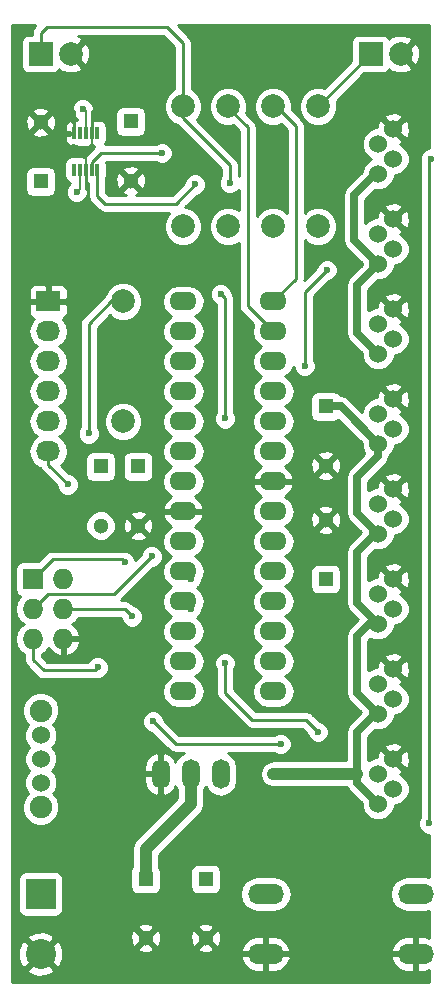
<source format=gbr>
G04 #@! TF.FileFunction,Copper,L2,Bot,Signal*
%FSLAX46Y46*%
G04 Gerber Fmt 4.6, Leading zero omitted, Abs format (unit mm)*
G04 Created by KiCad (PCBNEW 4.0.0-rc1-stable) date Tue 17 Nov 2015 04:01:17 PM EST*
%MOMM*%
G01*
G04 APERTURE LIST*
%ADD10C,0.100000*%
%ADD11R,2.540000X2.540000*%
%ADD12C,2.540000*%
%ADD13R,1.300000X1.300000*%
%ADD14C,1.300000*%
%ADD15O,2.300000X1.600000*%
%ADD16R,1.727200X1.727200*%
%ADD17O,1.727200X1.727200*%
%ADD18R,2.032000X1.727200*%
%ADD19O,2.032000X1.727200*%
%ADD20C,1.998980*%
%ADD21O,1.501140X2.499360*%
%ADD22C,1.524000*%
%ADD23R,2.000000X2.000000*%
%ADD24C,2.000000*%
%ADD25C,1.905000*%
%ADD26R,0.300000X1.000000*%
%ADD27O,3.048000X1.727200*%
%ADD28C,0.600000*%
%ADD29C,0.152400*%
%ADD30C,0.254000*%
%ADD31C,1.016000*%
%ADD32C,0.635000*%
%ADD33C,0.250000*%
G04 APERTURE END LIST*
D10*
D11*
X46990000Y-140970000D03*
D12*
X46990000Y-146050000D03*
D13*
X60960000Y-139700000D03*
D14*
X60960000Y-144700000D03*
D13*
X55880000Y-139700000D03*
D14*
X55880000Y-144700000D03*
D13*
X71120000Y-114300000D03*
D14*
X71120000Y-109300000D03*
D13*
X55245000Y-104775000D03*
D14*
X55245000Y-109775000D03*
D13*
X54610000Y-75565000D03*
D14*
X54610000Y-80565000D03*
D13*
X46990000Y-80645000D03*
D14*
X46990000Y-75645000D03*
D13*
X71120000Y-99695000D03*
D14*
X71120000Y-104695000D03*
D15*
X59055000Y-90805000D03*
X59055000Y-93345000D03*
X59055000Y-95885000D03*
X59055000Y-98425000D03*
X59055000Y-100965000D03*
X59055000Y-103505000D03*
X59055000Y-106045000D03*
X59055000Y-108585000D03*
X59055000Y-111125000D03*
X59055000Y-113665000D03*
X59055000Y-116205000D03*
X59055000Y-118745000D03*
X59055000Y-121285000D03*
X59055000Y-123825000D03*
X66675000Y-123825000D03*
X66675000Y-121285000D03*
X66675000Y-118745000D03*
X66675000Y-116205000D03*
X66675000Y-113665000D03*
X66675000Y-111125000D03*
X66675000Y-108585000D03*
X66675000Y-106045000D03*
X66675000Y-103505000D03*
X66675000Y-100965000D03*
X66675000Y-98425000D03*
X66675000Y-95885000D03*
X66675000Y-93345000D03*
X66675000Y-90805000D03*
D16*
X46355000Y-114300000D03*
D17*
X48895000Y-114300000D03*
X46355000Y-116840000D03*
X48895000Y-116840000D03*
X46355000Y-119380000D03*
X48895000Y-119380000D03*
D18*
X47625000Y-90805000D03*
D19*
X47625000Y-93345000D03*
X47625000Y-95885000D03*
X47625000Y-98425000D03*
X47625000Y-100965000D03*
X47625000Y-103505000D03*
D20*
X53975000Y-100965000D03*
X53975000Y-90805000D03*
X66675000Y-84455000D03*
X66675000Y-74295000D03*
X62865000Y-84455000D03*
X62865000Y-74295000D03*
X59055000Y-84455000D03*
X59055000Y-74295000D03*
X70485000Y-84455000D03*
X70485000Y-74295000D03*
D21*
X59690000Y-130810000D03*
X57150000Y-130810000D03*
X62230000Y-130810000D03*
D22*
X75565000Y-133350000D03*
X76835000Y-132080000D03*
X75565000Y-130810000D03*
X76835000Y-129540000D03*
X75565000Y-125730000D03*
X76835000Y-124460000D03*
X75565000Y-123190000D03*
X76835000Y-121920000D03*
X75565000Y-118110000D03*
X76835000Y-116840000D03*
X75565000Y-115570000D03*
X76835000Y-114300000D03*
X75565000Y-110490000D03*
X76835000Y-109220000D03*
X75565000Y-107950000D03*
X76835000Y-106680000D03*
X75565000Y-102870000D03*
X76835000Y-101600000D03*
X75565000Y-100330000D03*
X76835000Y-99060000D03*
X75565000Y-95250000D03*
X76835000Y-93980000D03*
X75565000Y-92710000D03*
X76835000Y-91440000D03*
X75565000Y-87630000D03*
X76835000Y-86360000D03*
X75565000Y-85090000D03*
X76835000Y-83820000D03*
X75565000Y-80010000D03*
X76835000Y-78740000D03*
X75565000Y-77470000D03*
X76835000Y-76200000D03*
D23*
X46990000Y-69850000D03*
D24*
X49530000Y-69850000D03*
D23*
X74930000Y-69850000D03*
D24*
X77470000Y-69850000D03*
D22*
X46990000Y-129540000D03*
X46990000Y-127540000D03*
X46990000Y-131540000D03*
D25*
X46990000Y-125440000D03*
X46990000Y-133640000D03*
D26*
X49800000Y-76555000D03*
X50300000Y-76555000D03*
X50800000Y-76555000D03*
X51300000Y-76555000D03*
X51800000Y-76555000D03*
X51800000Y-79655000D03*
X51300000Y-79655000D03*
X50800000Y-79655000D03*
X50300000Y-79655000D03*
X49800000Y-79655000D03*
D27*
X78740000Y-140970000D03*
X78740000Y-146050000D03*
X66040000Y-140970000D03*
X66040000Y-146050000D03*
D13*
X52070000Y-104775000D03*
D14*
X52070000Y-109775000D03*
D28*
X50546000Y-74549000D03*
X50038000Y-81534000D03*
X62611000Y-121412000D03*
X70485000Y-127254000D03*
X79883000Y-135001000D03*
X80010000Y-78740000D03*
X66675000Y-130810000D03*
X73787000Y-90932000D03*
X62611000Y-100711000D03*
X62230000Y-90170000D03*
X62992000Y-80772000D03*
X69342000Y-96266000D03*
X71247000Y-88138000D03*
X59690000Y-114300000D03*
X59690000Y-116840000D03*
X67310000Y-128270000D03*
X56515000Y-126365000D03*
X54737000Y-117475000D03*
X54102000Y-112903000D03*
X56388000Y-112395000D03*
X57277000Y-78232000D03*
X60071000Y-80899000D03*
X49276000Y-106299000D03*
X46355000Y-119380000D03*
X51816000Y-121793000D03*
X51054000Y-101981000D03*
D29*
X50800000Y-79655000D02*
X50800000Y-78232000D01*
X51300000Y-77478000D02*
X50673000Y-78105000D01*
X51300000Y-77478000D02*
X51300000Y-76555000D01*
X50800000Y-78232000D02*
X50673000Y-78105000D01*
X49800000Y-76555000D02*
X49250000Y-76555000D01*
X49250000Y-76555000D02*
X49149000Y-76454000D01*
D30*
X50800000Y-79655000D02*
X50800000Y-81280000D01*
X51300000Y-76555000D02*
X51300000Y-74684000D01*
X51300000Y-74684000D02*
X51308000Y-74676000D01*
X49800000Y-76555000D02*
X49800000Y-74692000D01*
X49800000Y-74692000D02*
X49784000Y-74676000D01*
D29*
X50800000Y-76555000D02*
X50800000Y-74676000D01*
X50673000Y-74549000D02*
X50546000Y-74549000D01*
X50800000Y-74676000D02*
X50673000Y-74549000D01*
X50300000Y-79655000D02*
X50300000Y-81272000D01*
X50300000Y-81272000D02*
X50038000Y-81534000D01*
D31*
X59690000Y-130810000D02*
X59690000Y-133350000D01*
X55880000Y-137160000D02*
X55880000Y-139700000D01*
X59690000Y-133350000D02*
X55880000Y-137160000D01*
D30*
X62611000Y-123952000D02*
X62611000Y-121412000D01*
X64897000Y-126238000D02*
X62611000Y-123952000D01*
X69469000Y-126238000D02*
X64897000Y-126238000D01*
X70485000Y-127254000D02*
X69469000Y-126238000D01*
X79883000Y-127000000D02*
X79883000Y-135001000D01*
X79883000Y-78867000D02*
X79883000Y-127000000D01*
X80010000Y-78740000D02*
X79883000Y-78867000D01*
D31*
X66675000Y-130810000D02*
X73787000Y-130810000D01*
D32*
X71120000Y-99695000D02*
X72390000Y-99695000D01*
X72390000Y-99695000D02*
X75565000Y-102870000D01*
X75565000Y-125730000D02*
X75311000Y-125730000D01*
X75311000Y-125730000D02*
X73787000Y-127254000D01*
X73787000Y-127254000D02*
X73787000Y-130810000D01*
X73787000Y-130810000D02*
X73787000Y-131572000D01*
X73787000Y-131572000D02*
X75565000Y-133350000D01*
X75565000Y-118110000D02*
X74803000Y-118110000D01*
X74803000Y-118110000D02*
X73787000Y-119126000D01*
X73787000Y-123952000D02*
X75565000Y-125730000D01*
X73787000Y-119126000D02*
X73787000Y-123952000D01*
X75565000Y-110490000D02*
X75311000Y-110490000D01*
X75311000Y-110490000D02*
X73787000Y-112014000D01*
X73787000Y-116332000D02*
X75565000Y-118110000D01*
X73787000Y-112014000D02*
X73787000Y-116332000D01*
X75565000Y-102870000D02*
X75565000Y-103886000D01*
X75565000Y-103886000D02*
X73787000Y-105664000D01*
X73787000Y-105664000D02*
X73787000Y-108712000D01*
X73787000Y-108712000D02*
X75565000Y-110490000D01*
X75565000Y-95250000D02*
X75311000Y-95250000D01*
X75565000Y-87630000D02*
X73787000Y-89408000D01*
X73787000Y-93472000D02*
X75565000Y-95250000D01*
X73787000Y-89408000D02*
X73787000Y-90932000D01*
X73787000Y-90932000D02*
X73787000Y-93472000D01*
X75565000Y-80010000D02*
X75311000Y-80010000D01*
X75311000Y-80010000D02*
X73533000Y-81788000D01*
X73533000Y-81788000D02*
X73533000Y-85598000D01*
X73533000Y-85598000D02*
X75565000Y-87630000D01*
D33*
X59055000Y-74295000D02*
X59055000Y-75311000D01*
X62611000Y-90551000D02*
X62611000Y-100711000D01*
X62230000Y-90170000D02*
X62611000Y-90551000D01*
X62992000Y-79248000D02*
X62992000Y-80772000D01*
X59055000Y-75311000D02*
X62992000Y-79248000D01*
D30*
X46990000Y-69850000D02*
X46990000Y-68072000D01*
X59055000Y-68961000D02*
X59055000Y-74295000D01*
X57658000Y-67564000D02*
X59055000Y-68961000D01*
X47498000Y-67564000D02*
X57658000Y-67564000D01*
X46990000Y-68072000D02*
X47498000Y-67564000D01*
D33*
X69342000Y-90043000D02*
X69342000Y-96266000D01*
X71247000Y-88138000D02*
X69342000Y-90043000D01*
D30*
X74930000Y-69850000D02*
X70485000Y-74295000D01*
X59690000Y-114300000D02*
X59817000Y-114427000D01*
X58420000Y-128270000D02*
X67310000Y-128270000D01*
X56515000Y-126365000D02*
X58420000Y-128270000D01*
D33*
X54102000Y-116840000D02*
X48895000Y-116840000D01*
X54737000Y-117475000D02*
X54102000Y-116840000D01*
X48006000Y-112649000D02*
X46355000Y-114300000D01*
X53848000Y-112649000D02*
X48006000Y-112649000D01*
X54102000Y-112903000D02*
X53848000Y-112649000D01*
X47625000Y-115570000D02*
X46355000Y-116840000D01*
X53213000Y-115570000D02*
X47625000Y-115570000D01*
X56388000Y-112395000D02*
X53213000Y-115570000D01*
D30*
X51300000Y-79655000D02*
X51300000Y-79002000D01*
X52070000Y-78232000D02*
X57277000Y-78232000D01*
X51300000Y-79002000D02*
X52070000Y-78232000D01*
X62865000Y-74295000D02*
X62865000Y-74422000D01*
X62865000Y-74422000D02*
X64516000Y-76073000D01*
X64516000Y-91186000D02*
X66675000Y-93345000D01*
X64516000Y-76073000D02*
X64516000Y-91186000D01*
X51800000Y-81899000D02*
X51800000Y-79655000D01*
X52451000Y-82550000D02*
X51800000Y-81899000D01*
X58420000Y-82550000D02*
X52451000Y-82550000D01*
X60071000Y-80899000D02*
X58420000Y-82550000D01*
X66675000Y-74295000D02*
X66929000Y-74295000D01*
X66929000Y-74295000D02*
X68580000Y-75946000D01*
X68580000Y-88900000D02*
X66675000Y-90805000D01*
X68580000Y-75946000D02*
X68580000Y-88900000D01*
D33*
X47625000Y-103505000D02*
X47625000Y-104648000D01*
X47625000Y-104648000D02*
X49276000Y-106299000D01*
X46355000Y-119380000D02*
X46355000Y-121158000D01*
X51562000Y-122047000D02*
X51816000Y-121793000D01*
X47244000Y-122047000D02*
X51562000Y-122047000D01*
X46355000Y-121158000D02*
X47244000Y-122047000D01*
X53975000Y-90805000D02*
X52959000Y-90805000D01*
X51054000Y-92710000D02*
X51054000Y-101981000D01*
X52959000Y-90805000D02*
X51054000Y-92710000D01*
D30*
X53975000Y-90805000D02*
X53086000Y-90805000D01*
G36*
X46451185Y-67533185D02*
X46286004Y-67780395D01*
X46228000Y-68072000D01*
X46228000Y-68202560D01*
X45990000Y-68202560D01*
X45754683Y-68246838D01*
X45538559Y-68385910D01*
X45393569Y-68598110D01*
X45342560Y-68850000D01*
X45342560Y-70850000D01*
X45386838Y-71085317D01*
X45525910Y-71301441D01*
X45738110Y-71446431D01*
X45990000Y-71497440D01*
X47990000Y-71497440D01*
X48225317Y-71453162D01*
X48441441Y-71314090D01*
X48586431Y-71101890D01*
X48589042Y-71088998D01*
X48655736Y-71269387D01*
X49265461Y-71495908D01*
X49915460Y-71471856D01*
X50404264Y-71269387D01*
X50502927Y-71002532D01*
X49530000Y-70029605D01*
X49515858Y-70043748D01*
X49336253Y-69864143D01*
X49350395Y-69850000D01*
X49709605Y-69850000D01*
X50682532Y-70822927D01*
X50949387Y-70724264D01*
X51175908Y-70114539D01*
X51151856Y-69464540D01*
X50949387Y-68975736D01*
X50682532Y-68877073D01*
X49709605Y-69850000D01*
X49350395Y-69850000D01*
X49336253Y-69835858D01*
X49515858Y-69656253D01*
X49530000Y-69670395D01*
X50502927Y-68697468D01*
X50404264Y-68430613D01*
X50122678Y-68326000D01*
X57342370Y-68326000D01*
X58293000Y-69276631D01*
X58293000Y-72841330D01*
X58130345Y-72908538D01*
X57670154Y-73367927D01*
X57420794Y-73968453D01*
X57420226Y-74618694D01*
X57668538Y-75219655D01*
X58127927Y-75679846D01*
X58511358Y-75839060D01*
X58517599Y-75848401D01*
X62232000Y-79562802D01*
X62232000Y-80209537D01*
X62199808Y-80241673D01*
X62057162Y-80585201D01*
X62056838Y-80957167D01*
X62198883Y-81300943D01*
X62461673Y-81564192D01*
X62805201Y-81706838D01*
X63177167Y-81707162D01*
X63520943Y-81565117D01*
X63754000Y-81332466D01*
X63754000Y-83054345D01*
X63191547Y-82820794D01*
X62541306Y-82820226D01*
X61940345Y-83068538D01*
X61480154Y-83527927D01*
X61230794Y-84128453D01*
X61230226Y-84778694D01*
X61478538Y-85379655D01*
X61937927Y-85839846D01*
X62538453Y-86089206D01*
X63188694Y-86089774D01*
X63754000Y-85856194D01*
X63754000Y-91186000D01*
X63812004Y-91477605D01*
X63871736Y-91567000D01*
X63977185Y-91724815D01*
X64997891Y-92745521D01*
X64964263Y-92795849D01*
X64855030Y-93345000D01*
X64964263Y-93894151D01*
X65275332Y-94359698D01*
X65657418Y-94615000D01*
X65275332Y-94870302D01*
X64964263Y-95335849D01*
X64855030Y-95885000D01*
X64964263Y-96434151D01*
X65275332Y-96899698D01*
X65657418Y-97155000D01*
X65275332Y-97410302D01*
X64964263Y-97875849D01*
X64855030Y-98425000D01*
X64964263Y-98974151D01*
X65275332Y-99439698D01*
X65657418Y-99695000D01*
X65275332Y-99950302D01*
X64964263Y-100415849D01*
X64855030Y-100965000D01*
X64964263Y-101514151D01*
X65275332Y-101979698D01*
X65657418Y-102235000D01*
X65275332Y-102490302D01*
X64964263Y-102955849D01*
X64855030Y-103505000D01*
X64964263Y-104054151D01*
X65275332Y-104519698D01*
X65653151Y-104772149D01*
X65220500Y-105120104D01*
X64950633Y-105613181D01*
X64933096Y-105695961D01*
X65055085Y-105918000D01*
X66548000Y-105918000D01*
X66548000Y-105898000D01*
X66802000Y-105898000D01*
X66802000Y-105918000D01*
X68294915Y-105918000D01*
X68416904Y-105695961D01*
X68399367Y-105613181D01*
X68388878Y-105594016D01*
X70400590Y-105594016D01*
X70456271Y-105824611D01*
X70939078Y-105992622D01*
X71449428Y-105963083D01*
X71783729Y-105824611D01*
X71839410Y-105594016D01*
X71120000Y-104874605D01*
X70400590Y-105594016D01*
X68388878Y-105594016D01*
X68129500Y-105120104D01*
X67696849Y-104772149D01*
X68074668Y-104519698D01*
X68078423Y-104514078D01*
X69822378Y-104514078D01*
X69851917Y-105024428D01*
X69990389Y-105358729D01*
X70220984Y-105414410D01*
X70940395Y-104695000D01*
X71299605Y-104695000D01*
X72019016Y-105414410D01*
X72249611Y-105358729D01*
X72417622Y-104875922D01*
X72388083Y-104365572D01*
X72249611Y-104031271D01*
X72019016Y-103975590D01*
X71299605Y-104695000D01*
X70940395Y-104695000D01*
X70220984Y-103975590D01*
X69990389Y-104031271D01*
X69822378Y-104514078D01*
X68078423Y-104514078D01*
X68385737Y-104054151D01*
X68437089Y-103795984D01*
X70400590Y-103795984D01*
X71120000Y-104515395D01*
X71839410Y-103795984D01*
X71783729Y-103565389D01*
X71300922Y-103397378D01*
X70790572Y-103426917D01*
X70456271Y-103565389D01*
X70400590Y-103795984D01*
X68437089Y-103795984D01*
X68494970Y-103505000D01*
X68385737Y-102955849D01*
X68074668Y-102490302D01*
X67692582Y-102235000D01*
X68074668Y-101979698D01*
X68385737Y-101514151D01*
X68494970Y-100965000D01*
X68385737Y-100415849D01*
X68074668Y-99950302D01*
X67692582Y-99695000D01*
X68074668Y-99439698D01*
X68385737Y-98974151D01*
X68494970Y-98425000D01*
X68426303Y-98079787D01*
X76034392Y-98079787D01*
X76835000Y-98880395D01*
X77635608Y-98079787D01*
X77566143Y-97837603D01*
X77042698Y-97650856D01*
X76487632Y-97678638D01*
X76103857Y-97837603D01*
X76034392Y-98079787D01*
X68426303Y-98079787D01*
X68385737Y-97875849D01*
X68074668Y-97410302D01*
X67692582Y-97155000D01*
X68074668Y-96899698D01*
X68385737Y-96434151D01*
X68406946Y-96327528D01*
X68406838Y-96451167D01*
X68548883Y-96794943D01*
X68811673Y-97058192D01*
X69155201Y-97200838D01*
X69527167Y-97201162D01*
X69870943Y-97059117D01*
X70134192Y-96796327D01*
X70276838Y-96452799D01*
X70277162Y-96080833D01*
X70135117Y-95737057D01*
X70102000Y-95703882D01*
X70102000Y-90357802D01*
X71386680Y-89073122D01*
X71432167Y-89073162D01*
X71775943Y-88931117D01*
X72039192Y-88668327D01*
X72181838Y-88324799D01*
X72182162Y-87952833D01*
X72040117Y-87609057D01*
X71777327Y-87345808D01*
X71433799Y-87203162D01*
X71061833Y-87202838D01*
X70718057Y-87344883D01*
X70454808Y-87607673D01*
X70312162Y-87951201D01*
X70312121Y-87998077D01*
X69325066Y-88985132D01*
X69342000Y-88900000D01*
X69342000Y-85623542D01*
X69557927Y-85839846D01*
X70158453Y-86089206D01*
X70808694Y-86089774D01*
X71409655Y-85841462D01*
X71869846Y-85382073D01*
X72119206Y-84781547D01*
X72119774Y-84131306D01*
X71871462Y-83530345D01*
X71412073Y-83070154D01*
X70811547Y-82820794D01*
X70161306Y-82820226D01*
X69560345Y-83068538D01*
X69342000Y-83286502D01*
X69342000Y-81788000D01*
X72580500Y-81788000D01*
X72580500Y-85598000D01*
X72653005Y-85962506D01*
X72859481Y-86271519D01*
X74168043Y-87580081D01*
X74167956Y-87680006D01*
X73113481Y-88734481D01*
X72907005Y-89043494D01*
X72834500Y-89408000D01*
X72834500Y-93472000D01*
X72907005Y-93836506D01*
X73113481Y-94145519D01*
X74168043Y-95200081D01*
X74167758Y-95526661D01*
X74379990Y-96040303D01*
X74772630Y-96433629D01*
X75285900Y-96646757D01*
X75841661Y-96647242D01*
X76355303Y-96435010D01*
X76748629Y-96042370D01*
X76961757Y-95529100D01*
X76961890Y-95377111D01*
X77111661Y-95377242D01*
X77625303Y-95165010D01*
X78018629Y-94772370D01*
X78231757Y-94259100D01*
X78232242Y-93703339D01*
X78020010Y-93189697D01*
X77627370Y-92796371D01*
X77435273Y-92716605D01*
X77566143Y-92662397D01*
X77635608Y-92420213D01*
X76835000Y-91619605D01*
X76820858Y-91633748D01*
X76641253Y-91454143D01*
X76655395Y-91440000D01*
X77014605Y-91440000D01*
X77815213Y-92240608D01*
X78057397Y-92171143D01*
X78244144Y-91647698D01*
X78216362Y-91092632D01*
X78057397Y-90708857D01*
X77815213Y-90639392D01*
X77014605Y-91440000D01*
X76655395Y-91440000D01*
X75854787Y-90639392D01*
X75612603Y-90708857D01*
X75425856Y-91232302D01*
X75429889Y-91312882D01*
X75288339Y-91312758D01*
X74774697Y-91524990D01*
X74739500Y-91560126D01*
X74739500Y-90459787D01*
X76034392Y-90459787D01*
X76835000Y-91260395D01*
X77635608Y-90459787D01*
X77566143Y-90217603D01*
X77042698Y-90030856D01*
X76487632Y-90058638D01*
X76103857Y-90217603D01*
X76034392Y-90459787D01*
X74739500Y-90459787D01*
X74739500Y-89802538D01*
X75515081Y-89026957D01*
X75841661Y-89027242D01*
X76355303Y-88815010D01*
X76748629Y-88422370D01*
X76961757Y-87909100D01*
X76961890Y-87757111D01*
X77111661Y-87757242D01*
X77625303Y-87545010D01*
X78018629Y-87152370D01*
X78231757Y-86639100D01*
X78232242Y-86083339D01*
X78020010Y-85569697D01*
X77627370Y-85176371D01*
X77435273Y-85096605D01*
X77566143Y-85042397D01*
X77635608Y-84800213D01*
X76835000Y-83999605D01*
X76820858Y-84013748D01*
X76641253Y-83834143D01*
X76655395Y-83820000D01*
X77014605Y-83820000D01*
X77815213Y-84620608D01*
X78057397Y-84551143D01*
X78244144Y-84027698D01*
X78216362Y-83472632D01*
X78057397Y-83088857D01*
X77815213Y-83019392D01*
X77014605Y-83820000D01*
X76655395Y-83820000D01*
X75854787Y-83019392D01*
X75612603Y-83088857D01*
X75425856Y-83612302D01*
X75429889Y-83692882D01*
X75288339Y-83692758D01*
X74774697Y-83904990D01*
X74485500Y-84193683D01*
X74485500Y-82839787D01*
X76034392Y-82839787D01*
X76835000Y-83640395D01*
X77635608Y-82839787D01*
X77566143Y-82597603D01*
X77042698Y-82410856D01*
X76487632Y-82438638D01*
X76103857Y-82597603D01*
X76034392Y-82839787D01*
X74485500Y-82839787D01*
X74485500Y-82182538D01*
X75268504Y-81399534D01*
X75285900Y-81406757D01*
X75841661Y-81407242D01*
X76355303Y-81195010D01*
X76748629Y-80802370D01*
X76961757Y-80289100D01*
X76961890Y-80137111D01*
X77111661Y-80137242D01*
X77625303Y-79925010D01*
X78018629Y-79532370D01*
X78231757Y-79019100D01*
X78232242Y-78463339D01*
X78020010Y-77949697D01*
X77627370Y-77556371D01*
X77435273Y-77476605D01*
X77566143Y-77422397D01*
X77635608Y-77180213D01*
X76835000Y-76379605D01*
X76820858Y-76393748D01*
X76641253Y-76214143D01*
X76655395Y-76200000D01*
X77014605Y-76200000D01*
X77815213Y-77000608D01*
X78057397Y-76931143D01*
X78244144Y-76407698D01*
X78216362Y-75852632D01*
X78057397Y-75468857D01*
X77815213Y-75399392D01*
X77014605Y-76200000D01*
X76655395Y-76200000D01*
X75854787Y-75399392D01*
X75612603Y-75468857D01*
X75425856Y-75992302D01*
X75429889Y-76072882D01*
X75288339Y-76072758D01*
X74774697Y-76284990D01*
X74381371Y-76677630D01*
X74168243Y-77190900D01*
X74167758Y-77746661D01*
X74379990Y-78260303D01*
X74772630Y-78653629D01*
X74980512Y-78739949D01*
X74774697Y-78824990D01*
X74381371Y-79217630D01*
X74168243Y-79730900D01*
X74168178Y-79805784D01*
X72859481Y-81114481D01*
X72653005Y-81423494D01*
X72580500Y-81788000D01*
X69342000Y-81788000D01*
X69342000Y-75946000D01*
X69338772Y-75929774D01*
X69283997Y-75654396D01*
X69118816Y-75407185D01*
X68330325Y-74618694D01*
X68850226Y-74618694D01*
X69098538Y-75219655D01*
X69557927Y-75679846D01*
X70158453Y-75929206D01*
X70808694Y-75929774D01*
X71409655Y-75681462D01*
X71869846Y-75222073D01*
X71870795Y-75219787D01*
X76034392Y-75219787D01*
X76835000Y-76020395D01*
X77635608Y-75219787D01*
X77566143Y-74977603D01*
X77042698Y-74790856D01*
X76487632Y-74818638D01*
X76103857Y-74977603D01*
X76034392Y-75219787D01*
X71870795Y-75219787D01*
X72119206Y-74621547D01*
X72119774Y-73971306D01*
X72051518Y-73806113D01*
X74360191Y-71497440D01*
X75930000Y-71497440D01*
X76165317Y-71453162D01*
X76381441Y-71314090D01*
X76526431Y-71101890D01*
X76529042Y-71088998D01*
X76595736Y-71269387D01*
X77205461Y-71495908D01*
X77855460Y-71471856D01*
X78344264Y-71269387D01*
X78442927Y-71002532D01*
X77470000Y-70029605D01*
X77455858Y-70043748D01*
X77276253Y-69864143D01*
X77290395Y-69850000D01*
X77649605Y-69850000D01*
X78622532Y-70822927D01*
X78889387Y-70724264D01*
X79115908Y-70114539D01*
X79091856Y-69464540D01*
X78889387Y-68975736D01*
X78622532Y-68877073D01*
X77649605Y-69850000D01*
X77290395Y-69850000D01*
X77276253Y-69835858D01*
X77455858Y-69656253D01*
X77470000Y-69670395D01*
X78442927Y-68697468D01*
X78344264Y-68430613D01*
X77734539Y-68204092D01*
X77084540Y-68228144D01*
X76595736Y-68430613D01*
X76529681Y-68609273D01*
X76394090Y-68398559D01*
X76181890Y-68253569D01*
X75930000Y-68202560D01*
X73930000Y-68202560D01*
X73694683Y-68246838D01*
X73478559Y-68385910D01*
X73333569Y-68598110D01*
X73282560Y-68850000D01*
X73282560Y-70419809D01*
X70974084Y-72728285D01*
X70811547Y-72660794D01*
X70161306Y-72660226D01*
X69560345Y-72908538D01*
X69100154Y-73367927D01*
X68850794Y-73968453D01*
X68850226Y-74618694D01*
X68330325Y-74618694D01*
X68309227Y-74597596D01*
X68309774Y-73971306D01*
X68061462Y-73370345D01*
X67602073Y-72910154D01*
X67001547Y-72660794D01*
X66351306Y-72660226D01*
X65750345Y-72908538D01*
X65290154Y-73367927D01*
X65040794Y-73968453D01*
X65040226Y-74618694D01*
X65288538Y-75219655D01*
X65747927Y-75679846D01*
X66348453Y-75929206D01*
X66998694Y-75929774D01*
X67343622Y-75787253D01*
X67818000Y-76261631D01*
X67818000Y-83286458D01*
X67602073Y-83070154D01*
X67001547Y-82820794D01*
X66351306Y-82820226D01*
X65750345Y-83068538D01*
X65290154Y-83527927D01*
X65278000Y-83557197D01*
X65278000Y-76073000D01*
X65252738Y-75946000D01*
X65219997Y-75781396D01*
X65054816Y-75534185D01*
X64394452Y-74873822D01*
X64499206Y-74621547D01*
X64499774Y-73971306D01*
X64251462Y-73370345D01*
X63792073Y-72910154D01*
X63191547Y-72660794D01*
X62541306Y-72660226D01*
X61940345Y-72908538D01*
X61480154Y-73367927D01*
X61230794Y-73968453D01*
X61230226Y-74618694D01*
X61478538Y-75219655D01*
X61937927Y-75679846D01*
X62538453Y-75929206D01*
X63188694Y-75929774D01*
X63264020Y-75898650D01*
X63754000Y-76388631D01*
X63754000Y-80211886D01*
X63752000Y-80209882D01*
X63752000Y-79248000D01*
X63694148Y-78957161D01*
X63529401Y-78710599D01*
X60240187Y-75421385D01*
X60439846Y-75222073D01*
X60689206Y-74621547D01*
X60689774Y-73971306D01*
X60441462Y-73370345D01*
X59982073Y-72910154D01*
X59817000Y-72841610D01*
X59817000Y-68961000D01*
X59758996Y-68669395D01*
X59593815Y-68422184D01*
X58608630Y-67437000D01*
X79883000Y-67437000D01*
X79883000Y-77804889D01*
X79824833Y-77804838D01*
X79481057Y-77946883D01*
X79217808Y-78209673D01*
X79075162Y-78553201D01*
X79074838Y-78925167D01*
X79121000Y-79036888D01*
X79121000Y-134440534D01*
X79090808Y-134470673D01*
X78948162Y-134814201D01*
X78947838Y-135186167D01*
X79089883Y-135529943D01*
X79352673Y-135793192D01*
X79696201Y-135935838D01*
X79883000Y-135936001D01*
X79883000Y-139558982D01*
X79442697Y-139471400D01*
X78037303Y-139471400D01*
X77463814Y-139585474D01*
X76977633Y-139910330D01*
X76652777Y-140396511D01*
X76538703Y-140970000D01*
X76652777Y-141543489D01*
X76977633Y-142029670D01*
X77463814Y-142354526D01*
X78037303Y-142468600D01*
X79442697Y-142468600D01*
X79883000Y-142381018D01*
X79883000Y-144653998D01*
X79527400Y-144551400D01*
X78867000Y-144551400D01*
X78867000Y-145923000D01*
X78887000Y-145923000D01*
X78887000Y-146177000D01*
X78867000Y-146177000D01*
X78867000Y-147548600D01*
X79527400Y-147548600D01*
X79883000Y-147446002D01*
X79883000Y-148463000D01*
X44577000Y-148463000D01*
X44577000Y-147397777D01*
X45821828Y-147397777D01*
X45953520Y-147692657D01*
X46661036Y-147964261D01*
X47418632Y-147944436D01*
X48026480Y-147692657D01*
X48158172Y-147397777D01*
X46990000Y-146229605D01*
X45821828Y-147397777D01*
X44577000Y-147397777D01*
X44577000Y-145721036D01*
X45075739Y-145721036D01*
X45095564Y-146478632D01*
X45347343Y-147086480D01*
X45642223Y-147218172D01*
X46810395Y-146050000D01*
X47169605Y-146050000D01*
X48337777Y-147218172D01*
X48632657Y-147086480D01*
X48892720Y-146409026D01*
X63924642Y-146409026D01*
X63946473Y-146506157D01*
X64230127Y-147019868D01*
X64688778Y-147385925D01*
X65252600Y-147548600D01*
X65913000Y-147548600D01*
X65913000Y-146177000D01*
X66167000Y-146177000D01*
X66167000Y-147548600D01*
X66827400Y-147548600D01*
X67391222Y-147385925D01*
X67849873Y-147019868D01*
X68133527Y-146506157D01*
X68155358Y-146409026D01*
X76624642Y-146409026D01*
X76646473Y-146506157D01*
X76930127Y-147019868D01*
X77388778Y-147385925D01*
X77952600Y-147548600D01*
X78613000Y-147548600D01*
X78613000Y-146177000D01*
X76745783Y-146177000D01*
X76624642Y-146409026D01*
X68155358Y-146409026D01*
X68034217Y-146177000D01*
X66167000Y-146177000D01*
X65913000Y-146177000D01*
X64045783Y-146177000D01*
X63924642Y-146409026D01*
X48892720Y-146409026D01*
X48904261Y-146378964D01*
X48884436Y-145621368D01*
X48875178Y-145599016D01*
X55160590Y-145599016D01*
X55216271Y-145829611D01*
X55699078Y-145997622D01*
X56209428Y-145968083D01*
X56543729Y-145829611D01*
X56599410Y-145599016D01*
X60240590Y-145599016D01*
X60296271Y-145829611D01*
X60779078Y-145997622D01*
X61289428Y-145968083D01*
X61623729Y-145829611D01*
X61657205Y-145690974D01*
X63924642Y-145690974D01*
X64045783Y-145923000D01*
X65913000Y-145923000D01*
X65913000Y-144551400D01*
X66167000Y-144551400D01*
X66167000Y-145923000D01*
X68034217Y-145923000D01*
X68155358Y-145690974D01*
X76624642Y-145690974D01*
X76745783Y-145923000D01*
X78613000Y-145923000D01*
X78613000Y-144551400D01*
X77952600Y-144551400D01*
X77388778Y-144714075D01*
X76930127Y-145080132D01*
X76646473Y-145593843D01*
X76624642Y-145690974D01*
X68155358Y-145690974D01*
X68133527Y-145593843D01*
X67849873Y-145080132D01*
X67391222Y-144714075D01*
X66827400Y-144551400D01*
X66167000Y-144551400D01*
X65913000Y-144551400D01*
X65252600Y-144551400D01*
X64688778Y-144714075D01*
X64230127Y-145080132D01*
X63946473Y-145593843D01*
X63924642Y-145690974D01*
X61657205Y-145690974D01*
X61679410Y-145599016D01*
X60960000Y-144879605D01*
X60240590Y-145599016D01*
X56599410Y-145599016D01*
X55880000Y-144879605D01*
X55160590Y-145599016D01*
X48875178Y-145599016D01*
X48632657Y-145013520D01*
X48337777Y-144881828D01*
X47169605Y-146050000D01*
X46810395Y-146050000D01*
X45642223Y-144881828D01*
X45347343Y-145013520D01*
X45075739Y-145721036D01*
X44577000Y-145721036D01*
X44577000Y-144702223D01*
X45821828Y-144702223D01*
X46990000Y-145870395D01*
X48158172Y-144702223D01*
X48076381Y-144519078D01*
X54582378Y-144519078D01*
X54611917Y-145029428D01*
X54750389Y-145363729D01*
X54980984Y-145419410D01*
X55700395Y-144700000D01*
X56059605Y-144700000D01*
X56779016Y-145419410D01*
X57009611Y-145363729D01*
X57177622Y-144880922D01*
X57156679Y-144519078D01*
X59662378Y-144519078D01*
X59691917Y-145029428D01*
X59830389Y-145363729D01*
X60060984Y-145419410D01*
X60780395Y-144700000D01*
X61139605Y-144700000D01*
X61859016Y-145419410D01*
X62089611Y-145363729D01*
X62257622Y-144880922D01*
X62228083Y-144370572D01*
X62089611Y-144036271D01*
X61859016Y-143980590D01*
X61139605Y-144700000D01*
X60780395Y-144700000D01*
X60060984Y-143980590D01*
X59830389Y-144036271D01*
X59662378Y-144519078D01*
X57156679Y-144519078D01*
X57148083Y-144370572D01*
X57009611Y-144036271D01*
X56779016Y-143980590D01*
X56059605Y-144700000D01*
X55700395Y-144700000D01*
X54980984Y-143980590D01*
X54750389Y-144036271D01*
X54582378Y-144519078D01*
X48076381Y-144519078D01*
X48026480Y-144407343D01*
X47318964Y-144135739D01*
X46561368Y-144155564D01*
X45953520Y-144407343D01*
X45821828Y-144702223D01*
X44577000Y-144702223D01*
X44577000Y-143800984D01*
X55160590Y-143800984D01*
X55880000Y-144520395D01*
X56599410Y-143800984D01*
X60240590Y-143800984D01*
X60960000Y-144520395D01*
X61679410Y-143800984D01*
X61623729Y-143570389D01*
X61140922Y-143402378D01*
X60630572Y-143431917D01*
X60296271Y-143570389D01*
X60240590Y-143800984D01*
X56599410Y-143800984D01*
X56543729Y-143570389D01*
X56060922Y-143402378D01*
X55550572Y-143431917D01*
X55216271Y-143570389D01*
X55160590Y-143800984D01*
X44577000Y-143800984D01*
X44577000Y-139700000D01*
X45072560Y-139700000D01*
X45072560Y-142240000D01*
X45116838Y-142475317D01*
X45255910Y-142691441D01*
X45468110Y-142836431D01*
X45720000Y-142887440D01*
X48260000Y-142887440D01*
X48495317Y-142843162D01*
X48711441Y-142704090D01*
X48856431Y-142491890D01*
X48907440Y-142240000D01*
X48907440Y-139700000D01*
X48863162Y-139464683D01*
X48724090Y-139248559D01*
X48511890Y-139103569D01*
X48260000Y-139052560D01*
X45720000Y-139052560D01*
X45484683Y-139096838D01*
X45268559Y-139235910D01*
X45123569Y-139448110D01*
X45072560Y-139700000D01*
X44577000Y-139700000D01*
X44577000Y-139050000D01*
X54582560Y-139050000D01*
X54582560Y-140350000D01*
X54626838Y-140585317D01*
X54765910Y-140801441D01*
X54978110Y-140946431D01*
X55230000Y-140997440D01*
X56530000Y-140997440D01*
X56765317Y-140953162D01*
X56981441Y-140814090D01*
X57126431Y-140601890D01*
X57177440Y-140350000D01*
X57177440Y-139050000D01*
X59662560Y-139050000D01*
X59662560Y-140350000D01*
X59706838Y-140585317D01*
X59845910Y-140801441D01*
X60058110Y-140946431D01*
X60310000Y-140997440D01*
X61610000Y-140997440D01*
X61755830Y-140970000D01*
X63838703Y-140970000D01*
X63952777Y-141543489D01*
X64277633Y-142029670D01*
X64763814Y-142354526D01*
X65337303Y-142468600D01*
X66742697Y-142468600D01*
X67316186Y-142354526D01*
X67802367Y-142029670D01*
X68127223Y-141543489D01*
X68241297Y-140970000D01*
X68127223Y-140396511D01*
X67802367Y-139910330D01*
X67316186Y-139585474D01*
X66742697Y-139471400D01*
X65337303Y-139471400D01*
X64763814Y-139585474D01*
X64277633Y-139910330D01*
X63952777Y-140396511D01*
X63838703Y-140970000D01*
X61755830Y-140970000D01*
X61845317Y-140953162D01*
X62061441Y-140814090D01*
X62206431Y-140601890D01*
X62257440Y-140350000D01*
X62257440Y-139050000D01*
X62213162Y-138814683D01*
X62074090Y-138598559D01*
X61861890Y-138453569D01*
X61610000Y-138402560D01*
X60310000Y-138402560D01*
X60074683Y-138446838D01*
X59858559Y-138585910D01*
X59713569Y-138798110D01*
X59662560Y-139050000D01*
X57177440Y-139050000D01*
X57133162Y-138814683D01*
X57023000Y-138643486D01*
X57023000Y-137633446D01*
X60498223Y-134158223D01*
X60745994Y-133787407D01*
X60833000Y-133350000D01*
X60833000Y-132081452D01*
X60960000Y-131891384D01*
X61250254Y-132325779D01*
X61699765Y-132626133D01*
X62230000Y-132731603D01*
X62760235Y-132626133D01*
X63209746Y-132325779D01*
X63510100Y-131876268D01*
X63615570Y-131346033D01*
X63615570Y-130810000D01*
X65532000Y-130810000D01*
X65619006Y-131247407D01*
X65866777Y-131618223D01*
X66237593Y-131865994D01*
X66675000Y-131953000D01*
X72918026Y-131953000D01*
X73113481Y-132245519D01*
X74168043Y-133300081D01*
X74167758Y-133626661D01*
X74379990Y-134140303D01*
X74772630Y-134533629D01*
X75285900Y-134746757D01*
X75841661Y-134747242D01*
X76355303Y-134535010D01*
X76748629Y-134142370D01*
X76961757Y-133629100D01*
X76961890Y-133477111D01*
X77111661Y-133477242D01*
X77625303Y-133265010D01*
X78018629Y-132872370D01*
X78231757Y-132359100D01*
X78232242Y-131803339D01*
X78020010Y-131289697D01*
X77627370Y-130896371D01*
X77435273Y-130816605D01*
X77566143Y-130762397D01*
X77635608Y-130520213D01*
X76835000Y-129719605D01*
X76820858Y-129733748D01*
X76641253Y-129554143D01*
X76655395Y-129540000D01*
X77014605Y-129540000D01*
X77815213Y-130340608D01*
X78057397Y-130271143D01*
X78244144Y-129747698D01*
X78216362Y-129192632D01*
X78057397Y-128808857D01*
X77815213Y-128739392D01*
X77014605Y-129540000D01*
X76655395Y-129540000D01*
X75854787Y-128739392D01*
X75612603Y-128808857D01*
X75425856Y-129332302D01*
X75429889Y-129412882D01*
X75288339Y-129412758D01*
X74774697Y-129624990D01*
X74739500Y-129660126D01*
X74739500Y-128559787D01*
X76034392Y-128559787D01*
X76835000Y-129360395D01*
X77635608Y-128559787D01*
X77566143Y-128317603D01*
X77042698Y-128130856D01*
X76487632Y-128158638D01*
X76103857Y-128317603D01*
X76034392Y-128559787D01*
X74739500Y-128559787D01*
X74739500Y-127648538D01*
X75268505Y-127119534D01*
X75285900Y-127126757D01*
X75841661Y-127127242D01*
X76355303Y-126915010D01*
X76748629Y-126522370D01*
X76961757Y-126009100D01*
X76961890Y-125857111D01*
X77111661Y-125857242D01*
X77625303Y-125645010D01*
X78018629Y-125252370D01*
X78231757Y-124739100D01*
X78232242Y-124183339D01*
X78020010Y-123669697D01*
X77627370Y-123276371D01*
X77435273Y-123196605D01*
X77566143Y-123142397D01*
X77635608Y-122900213D01*
X76835000Y-122099605D01*
X76820858Y-122113748D01*
X76641253Y-121934143D01*
X76655395Y-121920000D01*
X77014605Y-121920000D01*
X77815213Y-122720608D01*
X78057397Y-122651143D01*
X78244144Y-122127698D01*
X78216362Y-121572632D01*
X78057397Y-121188857D01*
X77815213Y-121119392D01*
X77014605Y-121920000D01*
X76655395Y-121920000D01*
X75854787Y-121119392D01*
X75612603Y-121188857D01*
X75425856Y-121712302D01*
X75429889Y-121792882D01*
X75288339Y-121792758D01*
X74774697Y-122004990D01*
X74739500Y-122040126D01*
X74739500Y-120939787D01*
X76034392Y-120939787D01*
X76835000Y-121740395D01*
X77635608Y-120939787D01*
X77566143Y-120697603D01*
X77042698Y-120510856D01*
X76487632Y-120538638D01*
X76103857Y-120697603D01*
X76034392Y-120939787D01*
X74739500Y-120939787D01*
X74739500Y-119520538D01*
X74909553Y-119350485D01*
X75285900Y-119506757D01*
X75841661Y-119507242D01*
X76355303Y-119295010D01*
X76748629Y-118902370D01*
X76961757Y-118389100D01*
X76961890Y-118237111D01*
X77111661Y-118237242D01*
X77625303Y-118025010D01*
X78018629Y-117632370D01*
X78231757Y-117119100D01*
X78232242Y-116563339D01*
X78020010Y-116049697D01*
X77627370Y-115656371D01*
X77435273Y-115576605D01*
X77566143Y-115522397D01*
X77635608Y-115280213D01*
X76835000Y-114479605D01*
X76820858Y-114493748D01*
X76641253Y-114314143D01*
X76655395Y-114300000D01*
X77014605Y-114300000D01*
X77815213Y-115100608D01*
X78057397Y-115031143D01*
X78244144Y-114507698D01*
X78216362Y-113952632D01*
X78057397Y-113568857D01*
X77815213Y-113499392D01*
X77014605Y-114300000D01*
X76655395Y-114300000D01*
X75854787Y-113499392D01*
X75612603Y-113568857D01*
X75425856Y-114092302D01*
X75429889Y-114172882D01*
X75288339Y-114172758D01*
X74774697Y-114384990D01*
X74739500Y-114420126D01*
X74739500Y-113319787D01*
X76034392Y-113319787D01*
X76835000Y-114120395D01*
X77635608Y-113319787D01*
X77566143Y-113077603D01*
X77042698Y-112890856D01*
X76487632Y-112918638D01*
X76103857Y-113077603D01*
X76034392Y-113319787D01*
X74739500Y-113319787D01*
X74739500Y-112408538D01*
X75268505Y-111879534D01*
X75285900Y-111886757D01*
X75841661Y-111887242D01*
X76355303Y-111675010D01*
X76748629Y-111282370D01*
X76961757Y-110769100D01*
X76961890Y-110617111D01*
X77111661Y-110617242D01*
X77625303Y-110405010D01*
X78018629Y-110012370D01*
X78231757Y-109499100D01*
X78232242Y-108943339D01*
X78020010Y-108429697D01*
X77627370Y-108036371D01*
X77435273Y-107956605D01*
X77566143Y-107902397D01*
X77635608Y-107660213D01*
X76835000Y-106859605D01*
X76820858Y-106873748D01*
X76641253Y-106694143D01*
X76655395Y-106680000D01*
X77014605Y-106680000D01*
X77815213Y-107480608D01*
X78057397Y-107411143D01*
X78244144Y-106887698D01*
X78216362Y-106332632D01*
X78057397Y-105948857D01*
X77815213Y-105879392D01*
X77014605Y-106680000D01*
X76655395Y-106680000D01*
X75854787Y-105879392D01*
X75612603Y-105948857D01*
X75425856Y-106472302D01*
X75429889Y-106552882D01*
X75288339Y-106552758D01*
X74774697Y-106764990D01*
X74739500Y-106800126D01*
X74739500Y-106058538D01*
X75098251Y-105699787D01*
X76034392Y-105699787D01*
X76835000Y-106500395D01*
X77635608Y-105699787D01*
X77566143Y-105457603D01*
X77042698Y-105270856D01*
X76487632Y-105298638D01*
X76103857Y-105457603D01*
X76034392Y-105699787D01*
X75098251Y-105699787D01*
X76238519Y-104559519D01*
X76444995Y-104250506D01*
X76515739Y-103894854D01*
X76748629Y-103662370D01*
X76961757Y-103149100D01*
X76961890Y-102997111D01*
X77111661Y-102997242D01*
X77625303Y-102785010D01*
X78018629Y-102392370D01*
X78231757Y-101879100D01*
X78232242Y-101323339D01*
X78020010Y-100809697D01*
X77627370Y-100416371D01*
X77435273Y-100336605D01*
X77566143Y-100282397D01*
X77635608Y-100040213D01*
X76835000Y-99239605D01*
X76820858Y-99253748D01*
X76641253Y-99074143D01*
X76655395Y-99060000D01*
X77014605Y-99060000D01*
X77815213Y-99860608D01*
X78057397Y-99791143D01*
X78244144Y-99267698D01*
X78216362Y-98712632D01*
X78057397Y-98328857D01*
X77815213Y-98259392D01*
X77014605Y-99060000D01*
X76655395Y-99060000D01*
X75854787Y-98259392D01*
X75612603Y-98328857D01*
X75425856Y-98852302D01*
X75429889Y-98932882D01*
X75288339Y-98932758D01*
X74774697Y-99144990D01*
X74381371Y-99537630D01*
X74168243Y-100050900D01*
X74168177Y-100126139D01*
X73063519Y-99021481D01*
X72754506Y-98815005D01*
X72390000Y-98742500D01*
X72329931Y-98742500D01*
X72234090Y-98593559D01*
X72021890Y-98448569D01*
X71770000Y-98397560D01*
X70470000Y-98397560D01*
X70234683Y-98441838D01*
X70018559Y-98580910D01*
X69873569Y-98793110D01*
X69822560Y-99045000D01*
X69822560Y-100345000D01*
X69866838Y-100580317D01*
X70005910Y-100796441D01*
X70218110Y-100941431D01*
X70470000Y-100992440D01*
X71770000Y-100992440D01*
X72005317Y-100948162D01*
X72182263Y-100834301D01*
X74168043Y-102820081D01*
X74167758Y-103146661D01*
X74379990Y-103660303D01*
X74411797Y-103692165D01*
X73113481Y-104990481D01*
X72907005Y-105299494D01*
X72834500Y-105664000D01*
X72834500Y-108712000D01*
X72907005Y-109076506D01*
X73113481Y-109385519D01*
X74090962Y-110363000D01*
X73113481Y-111340481D01*
X72907005Y-111649494D01*
X72834500Y-112014000D01*
X72834500Y-116332000D01*
X72907005Y-116696506D01*
X73113481Y-117005519D01*
X73836962Y-117729000D01*
X73113481Y-118452481D01*
X72907005Y-118761494D01*
X72834500Y-119126000D01*
X72834500Y-123952000D01*
X72907005Y-124316506D01*
X73113481Y-124625519D01*
X74090962Y-125603000D01*
X73113481Y-126580481D01*
X72907005Y-126889494D01*
X72834500Y-127254000D01*
X72834500Y-129667000D01*
X66675000Y-129667000D01*
X66237593Y-129754006D01*
X65866777Y-130001777D01*
X65619006Y-130372593D01*
X65532000Y-130810000D01*
X63615570Y-130810000D01*
X63615570Y-130273967D01*
X63510100Y-129743732D01*
X63209746Y-129294221D01*
X62817305Y-129032000D01*
X66749534Y-129032000D01*
X66779673Y-129062192D01*
X67123201Y-129204838D01*
X67495167Y-129205162D01*
X67838943Y-129063117D01*
X68102192Y-128800327D01*
X68244838Y-128456799D01*
X68245162Y-128084833D01*
X68103117Y-127741057D01*
X67840327Y-127477808D01*
X67496799Y-127335162D01*
X67124833Y-127334838D01*
X66781057Y-127476883D01*
X66749886Y-127508000D01*
X58735630Y-127508000D01*
X57450125Y-126222495D01*
X57450162Y-126179833D01*
X57308117Y-125836057D01*
X57045327Y-125572808D01*
X56701799Y-125430162D01*
X56329833Y-125429838D01*
X55986057Y-125571883D01*
X55722808Y-125834673D01*
X55580162Y-126178201D01*
X55579838Y-126550167D01*
X55721883Y-126893943D01*
X55984673Y-127157192D01*
X56328201Y-127299838D01*
X56372246Y-127299876D01*
X57881185Y-128808815D01*
X58128395Y-128973996D01*
X58420000Y-129032000D01*
X59102695Y-129032000D01*
X58710254Y-129294221D01*
X58409900Y-129743732D01*
X58408050Y-129753032D01*
X58381499Y-129663323D01*
X58039944Y-129241342D01*
X57562903Y-128982190D01*
X57491275Y-128968007D01*
X57277000Y-129090661D01*
X57277000Y-130683000D01*
X57297000Y-130683000D01*
X57297000Y-130937000D01*
X57277000Y-130937000D01*
X57277000Y-132529339D01*
X57491275Y-132651993D01*
X57562903Y-132637810D01*
X58039944Y-132378658D01*
X58381499Y-131956677D01*
X58408050Y-131866968D01*
X58409900Y-131876268D01*
X58547000Y-132081452D01*
X58547000Y-132876554D01*
X55071777Y-136351777D01*
X54824006Y-136722593D01*
X54737000Y-137160000D01*
X54737000Y-138646734D01*
X54633569Y-138798110D01*
X54582560Y-139050000D01*
X44577000Y-139050000D01*
X44577000Y-125754388D01*
X45402225Y-125754388D01*
X45643398Y-126338072D01*
X45929521Y-126624695D01*
X45806371Y-126747630D01*
X45593243Y-127260900D01*
X45592758Y-127816661D01*
X45804990Y-128330303D01*
X46014342Y-128540021D01*
X45806371Y-128747630D01*
X45593243Y-129260900D01*
X45592758Y-129816661D01*
X45804990Y-130330303D01*
X46014342Y-130540021D01*
X45806371Y-130747630D01*
X45593243Y-131260900D01*
X45592758Y-131816661D01*
X45804990Y-132330303D01*
X45929756Y-132455287D01*
X45644968Y-132739579D01*
X45402776Y-133322841D01*
X45402225Y-133954388D01*
X45643398Y-134538072D01*
X46089579Y-134985032D01*
X46672841Y-135227224D01*
X47304388Y-135227775D01*
X47888072Y-134986602D01*
X48335032Y-134540421D01*
X48577224Y-133957159D01*
X48577775Y-133325612D01*
X48336602Y-132741928D01*
X48050479Y-132455305D01*
X48173629Y-132332370D01*
X48386757Y-131819100D01*
X48387242Y-131263339D01*
X48252402Y-130937000D01*
X55764430Y-130937000D01*
X55764430Y-131436110D01*
X55918501Y-131956677D01*
X56260056Y-132378658D01*
X56737097Y-132637810D01*
X56808725Y-132651993D01*
X57023000Y-132529339D01*
X57023000Y-130937000D01*
X55764430Y-130937000D01*
X48252402Y-130937000D01*
X48175010Y-130749697D01*
X47965658Y-130539979D01*
X48173629Y-130332370D01*
X48235283Y-130183890D01*
X55764430Y-130183890D01*
X55764430Y-130683000D01*
X57023000Y-130683000D01*
X57023000Y-129090661D01*
X56808725Y-128968007D01*
X56737097Y-128982190D01*
X56260056Y-129241342D01*
X55918501Y-129663323D01*
X55764430Y-130183890D01*
X48235283Y-130183890D01*
X48386757Y-129819100D01*
X48387242Y-129263339D01*
X48175010Y-128749697D01*
X47965658Y-128539979D01*
X48173629Y-128332370D01*
X48386757Y-127819100D01*
X48387242Y-127263339D01*
X48175010Y-126749697D01*
X48050244Y-126624713D01*
X48335032Y-126340421D01*
X48577224Y-125757159D01*
X48577775Y-125125612D01*
X48336602Y-124541928D01*
X47890421Y-124094968D01*
X47307159Y-123852776D01*
X46675612Y-123852225D01*
X46091928Y-124093398D01*
X45644968Y-124539579D01*
X45402776Y-125122841D01*
X45402225Y-125754388D01*
X44577000Y-125754388D01*
X44577000Y-116840000D01*
X44827041Y-116840000D01*
X44941115Y-117413489D01*
X45265971Y-117899670D01*
X45580752Y-118110000D01*
X45265971Y-118320330D01*
X44941115Y-118806511D01*
X44827041Y-119380000D01*
X44941115Y-119953489D01*
X45265971Y-120439670D01*
X45595000Y-120659520D01*
X45595000Y-121158000D01*
X45652852Y-121448839D01*
X45817599Y-121695401D01*
X46706599Y-122584401D01*
X46953161Y-122749148D01*
X47244000Y-122807000D01*
X51562000Y-122807000D01*
X51852839Y-122749148D01*
X51884399Y-122728060D01*
X52001167Y-122728162D01*
X52344943Y-122586117D01*
X52608192Y-122323327D01*
X52750838Y-121979799D01*
X52751162Y-121607833D01*
X52609117Y-121264057D01*
X52346327Y-121000808D01*
X52002799Y-120858162D01*
X51630833Y-120857838D01*
X51287057Y-120999883D01*
X51023808Y-121262673D01*
X51013706Y-121287000D01*
X47558802Y-121287000D01*
X47115000Y-120843198D01*
X47115000Y-120659520D01*
X47444029Y-120439670D01*
X47624992Y-120168839D01*
X48006510Y-120586821D01*
X48535973Y-120834968D01*
X48768000Y-120714469D01*
X48768000Y-119507000D01*
X49022000Y-119507000D01*
X49022000Y-120714469D01*
X49254027Y-120834968D01*
X49783490Y-120586821D01*
X50177688Y-120154947D01*
X50349958Y-119739026D01*
X50228817Y-119507000D01*
X49022000Y-119507000D01*
X48768000Y-119507000D01*
X48748000Y-119507000D01*
X48748000Y-119253000D01*
X48768000Y-119253000D01*
X48768000Y-119233000D01*
X49022000Y-119233000D01*
X49022000Y-119253000D01*
X50228817Y-119253000D01*
X50349958Y-119020974D01*
X50177688Y-118605053D01*
X49783490Y-118173179D01*
X49660772Y-118115664D01*
X49984029Y-117899670D01*
X50184262Y-117600000D01*
X53787198Y-117600000D01*
X53801878Y-117614680D01*
X53801838Y-117660167D01*
X53943883Y-118003943D01*
X54206673Y-118267192D01*
X54550201Y-118409838D01*
X54922167Y-118410162D01*
X55265943Y-118268117D01*
X55529192Y-118005327D01*
X55671838Y-117661799D01*
X55672162Y-117289833D01*
X55530117Y-116946057D01*
X55267327Y-116682808D01*
X54923799Y-116540162D01*
X54876923Y-116540121D01*
X54639401Y-116302599D01*
X54392839Y-116137852D01*
X54102000Y-116080000D01*
X53777802Y-116080000D01*
X56527680Y-113330122D01*
X56573167Y-113330162D01*
X56916943Y-113188117D01*
X57180192Y-112925327D01*
X57322838Y-112581799D01*
X57323162Y-112209833D01*
X57181117Y-111866057D01*
X56918327Y-111602808D01*
X56574799Y-111460162D01*
X56202833Y-111459838D01*
X55859057Y-111601883D01*
X55595808Y-111864673D01*
X55453162Y-112208201D01*
X55453121Y-112255077D01*
X55023479Y-112684719D01*
X54895117Y-112374057D01*
X54632327Y-112110808D01*
X54288799Y-111968162D01*
X54170578Y-111968059D01*
X54138839Y-111946852D01*
X53848000Y-111889000D01*
X48006000Y-111889000D01*
X47715161Y-111946852D01*
X47468599Y-112111599D01*
X46791238Y-112788960D01*
X45491400Y-112788960D01*
X45256083Y-112833238D01*
X45039959Y-112972310D01*
X44894969Y-113184510D01*
X44843960Y-113436400D01*
X44843960Y-115163600D01*
X44888238Y-115398917D01*
X45027310Y-115615041D01*
X45239510Y-115760031D01*
X45283131Y-115768864D01*
X45265971Y-115780330D01*
X44941115Y-116266511D01*
X44827041Y-116840000D01*
X44577000Y-116840000D01*
X44577000Y-111125000D01*
X57235030Y-111125000D01*
X57344263Y-111674151D01*
X57655332Y-112139698D01*
X58037418Y-112395000D01*
X57655332Y-112650302D01*
X57344263Y-113115849D01*
X57235030Y-113665000D01*
X57344263Y-114214151D01*
X57655332Y-114679698D01*
X58037418Y-114935000D01*
X57655332Y-115190302D01*
X57344263Y-115655849D01*
X57235030Y-116205000D01*
X57344263Y-116754151D01*
X57655332Y-117219698D01*
X58037418Y-117475000D01*
X57655332Y-117730302D01*
X57344263Y-118195849D01*
X57235030Y-118745000D01*
X57344263Y-119294151D01*
X57655332Y-119759698D01*
X58037418Y-120015000D01*
X57655332Y-120270302D01*
X57344263Y-120735849D01*
X57235030Y-121285000D01*
X57344263Y-121834151D01*
X57655332Y-122299698D01*
X58037418Y-122555000D01*
X57655332Y-122810302D01*
X57344263Y-123275849D01*
X57235030Y-123825000D01*
X57344263Y-124374151D01*
X57655332Y-124839698D01*
X58120879Y-125150767D01*
X58670030Y-125260000D01*
X59439970Y-125260000D01*
X59989121Y-125150767D01*
X60454668Y-124839698D01*
X60765737Y-124374151D01*
X60874970Y-123825000D01*
X60765737Y-123275849D01*
X60454668Y-122810302D01*
X60072582Y-122555000D01*
X60454668Y-122299698D01*
X60765737Y-121834151D01*
X60812876Y-121597167D01*
X61675838Y-121597167D01*
X61817883Y-121940943D01*
X61849000Y-121972114D01*
X61849000Y-123952000D01*
X61907004Y-124243605D01*
X62072185Y-124490815D01*
X64358184Y-126776815D01*
X64526820Y-126889494D01*
X64605395Y-126941996D01*
X64897000Y-127000000D01*
X69153370Y-127000000D01*
X69549875Y-127396505D01*
X69549838Y-127439167D01*
X69691883Y-127782943D01*
X69954673Y-128046192D01*
X70298201Y-128188838D01*
X70670167Y-128189162D01*
X71013943Y-128047117D01*
X71277192Y-127784327D01*
X71419838Y-127440799D01*
X71420162Y-127068833D01*
X71278117Y-126725057D01*
X71015327Y-126461808D01*
X70671799Y-126319162D01*
X70627754Y-126319124D01*
X70007815Y-125699185D01*
X69950673Y-125661004D01*
X69760605Y-125534004D01*
X69469000Y-125476000D01*
X65212631Y-125476000D01*
X63373000Y-123636370D01*
X63373000Y-121972466D01*
X63403192Y-121942327D01*
X63545838Y-121598799D01*
X63546162Y-121226833D01*
X63404117Y-120883057D01*
X63141327Y-120619808D01*
X62797799Y-120477162D01*
X62425833Y-120476838D01*
X62082057Y-120618883D01*
X61818808Y-120881673D01*
X61676162Y-121225201D01*
X61675838Y-121597167D01*
X60812876Y-121597167D01*
X60874970Y-121285000D01*
X60765737Y-120735849D01*
X60454668Y-120270302D01*
X60072582Y-120015000D01*
X60454668Y-119759698D01*
X60765737Y-119294151D01*
X60874970Y-118745000D01*
X60765737Y-118195849D01*
X60454668Y-117730302D01*
X60255141Y-117596982D01*
X60482192Y-117370327D01*
X60624838Y-117026799D01*
X60624892Y-116964940D01*
X60765737Y-116754151D01*
X60874970Y-116205000D01*
X60765737Y-115655849D01*
X60454668Y-115190302D01*
X60255141Y-115056982D01*
X60327545Y-114984704D01*
X60355815Y-114965815D01*
X60374539Y-114937792D01*
X60482192Y-114830327D01*
X60624838Y-114486799D01*
X60624892Y-114424940D01*
X60765737Y-114214151D01*
X60874970Y-113665000D01*
X60765737Y-113115849D01*
X60454668Y-112650302D01*
X60072582Y-112395000D01*
X60454668Y-112139698D01*
X60765737Y-111674151D01*
X60874970Y-111125000D01*
X60765737Y-110575849D01*
X60454668Y-110110302D01*
X60076849Y-109857851D01*
X60509500Y-109509896D01*
X60779367Y-109016819D01*
X60796904Y-108934039D01*
X60674915Y-108712000D01*
X59182000Y-108712000D01*
X59182000Y-108732000D01*
X58928000Y-108732000D01*
X58928000Y-108712000D01*
X57435085Y-108712000D01*
X57313096Y-108934039D01*
X57330633Y-109016819D01*
X57600500Y-109509896D01*
X58033151Y-109857851D01*
X57655332Y-110110302D01*
X57344263Y-110575849D01*
X57235030Y-111125000D01*
X44577000Y-111125000D01*
X44577000Y-110029481D01*
X50784777Y-110029481D01*
X50979995Y-110501943D01*
X51341155Y-110863735D01*
X51813276Y-111059777D01*
X52324481Y-111060223D01*
X52796943Y-110865005D01*
X52988266Y-110674016D01*
X54525590Y-110674016D01*
X54581271Y-110904611D01*
X55064078Y-111072622D01*
X55574428Y-111043083D01*
X55908729Y-110904611D01*
X55964410Y-110674016D01*
X55245000Y-109954605D01*
X54525590Y-110674016D01*
X52988266Y-110674016D01*
X53158735Y-110503845D01*
X53354777Y-110031724D01*
X53355158Y-109594078D01*
X53947378Y-109594078D01*
X53976917Y-110104428D01*
X54115389Y-110438729D01*
X54345984Y-110494410D01*
X55065395Y-109775000D01*
X55424605Y-109775000D01*
X56144016Y-110494410D01*
X56374611Y-110438729D01*
X56542622Y-109955922D01*
X56513083Y-109445572D01*
X56374611Y-109111271D01*
X56144016Y-109055590D01*
X55424605Y-109775000D01*
X55065395Y-109775000D01*
X54345984Y-109055590D01*
X54115389Y-109111271D01*
X53947378Y-109594078D01*
X53355158Y-109594078D01*
X53355223Y-109520519D01*
X53160005Y-109048057D01*
X52988233Y-108875984D01*
X54525590Y-108875984D01*
X55245000Y-109595395D01*
X55964410Y-108875984D01*
X55908729Y-108645389D01*
X55735192Y-108585000D01*
X64855030Y-108585000D01*
X64964263Y-109134151D01*
X65275332Y-109599698D01*
X65657418Y-109855000D01*
X65275332Y-110110302D01*
X64964263Y-110575849D01*
X64855030Y-111125000D01*
X64964263Y-111674151D01*
X65275332Y-112139698D01*
X65657418Y-112395000D01*
X65275332Y-112650302D01*
X64964263Y-113115849D01*
X64855030Y-113665000D01*
X64964263Y-114214151D01*
X65275332Y-114679698D01*
X65657418Y-114935000D01*
X65275332Y-115190302D01*
X64964263Y-115655849D01*
X64855030Y-116205000D01*
X64964263Y-116754151D01*
X65275332Y-117219698D01*
X65657418Y-117475000D01*
X65275332Y-117730302D01*
X64964263Y-118195849D01*
X64855030Y-118745000D01*
X64964263Y-119294151D01*
X65275332Y-119759698D01*
X65657418Y-120015000D01*
X65275332Y-120270302D01*
X64964263Y-120735849D01*
X64855030Y-121285000D01*
X64964263Y-121834151D01*
X65275332Y-122299698D01*
X65657418Y-122555000D01*
X65275332Y-122810302D01*
X64964263Y-123275849D01*
X64855030Y-123825000D01*
X64964263Y-124374151D01*
X65275332Y-124839698D01*
X65740879Y-125150767D01*
X66290030Y-125260000D01*
X67059970Y-125260000D01*
X67609121Y-125150767D01*
X68074668Y-124839698D01*
X68385737Y-124374151D01*
X68494970Y-123825000D01*
X68385737Y-123275849D01*
X68074668Y-122810302D01*
X67692582Y-122555000D01*
X68074668Y-122299698D01*
X68385737Y-121834151D01*
X68494970Y-121285000D01*
X68385737Y-120735849D01*
X68074668Y-120270302D01*
X67692582Y-120015000D01*
X68074668Y-119759698D01*
X68385737Y-119294151D01*
X68494970Y-118745000D01*
X68385737Y-118195849D01*
X68074668Y-117730302D01*
X67692582Y-117475000D01*
X68074668Y-117219698D01*
X68385737Y-116754151D01*
X68494970Y-116205000D01*
X68385737Y-115655849D01*
X68074668Y-115190302D01*
X67692582Y-114935000D01*
X68074668Y-114679698D01*
X68385737Y-114214151D01*
X68494970Y-113665000D01*
X68491987Y-113650000D01*
X69822560Y-113650000D01*
X69822560Y-114950000D01*
X69866838Y-115185317D01*
X70005910Y-115401441D01*
X70218110Y-115546431D01*
X70470000Y-115597440D01*
X71770000Y-115597440D01*
X72005317Y-115553162D01*
X72221441Y-115414090D01*
X72366431Y-115201890D01*
X72417440Y-114950000D01*
X72417440Y-113650000D01*
X72373162Y-113414683D01*
X72234090Y-113198559D01*
X72021890Y-113053569D01*
X71770000Y-113002560D01*
X70470000Y-113002560D01*
X70234683Y-113046838D01*
X70018559Y-113185910D01*
X69873569Y-113398110D01*
X69822560Y-113650000D01*
X68491987Y-113650000D01*
X68385737Y-113115849D01*
X68074668Y-112650302D01*
X67692582Y-112395000D01*
X68074668Y-112139698D01*
X68385737Y-111674151D01*
X68494970Y-111125000D01*
X68385737Y-110575849D01*
X68133945Y-110199016D01*
X70400590Y-110199016D01*
X70456271Y-110429611D01*
X70939078Y-110597622D01*
X71449428Y-110568083D01*
X71783729Y-110429611D01*
X71839410Y-110199016D01*
X71120000Y-109479605D01*
X70400590Y-110199016D01*
X68133945Y-110199016D01*
X68074668Y-110110302D01*
X67692582Y-109855000D01*
X68074668Y-109599698D01*
X68385737Y-109134151D01*
X68388735Y-109119078D01*
X69822378Y-109119078D01*
X69851917Y-109629428D01*
X69990389Y-109963729D01*
X70220984Y-110019410D01*
X70940395Y-109300000D01*
X71299605Y-109300000D01*
X72019016Y-110019410D01*
X72249611Y-109963729D01*
X72417622Y-109480922D01*
X72388083Y-108970572D01*
X72249611Y-108636271D01*
X72019016Y-108580590D01*
X71299605Y-109300000D01*
X70940395Y-109300000D01*
X70220984Y-108580590D01*
X69990389Y-108636271D01*
X69822378Y-109119078D01*
X68388735Y-109119078D01*
X68494970Y-108585000D01*
X68458367Y-108400984D01*
X70400590Y-108400984D01*
X71120000Y-109120395D01*
X71839410Y-108400984D01*
X71783729Y-108170389D01*
X71300922Y-108002378D01*
X70790572Y-108031917D01*
X70456271Y-108170389D01*
X70400590Y-108400984D01*
X68458367Y-108400984D01*
X68385737Y-108035849D01*
X68074668Y-107570302D01*
X67696849Y-107317851D01*
X68129500Y-106969896D01*
X68399367Y-106476819D01*
X68416904Y-106394039D01*
X68294915Y-106172000D01*
X66802000Y-106172000D01*
X66802000Y-106192000D01*
X66548000Y-106192000D01*
X66548000Y-106172000D01*
X65055085Y-106172000D01*
X64933096Y-106394039D01*
X64950633Y-106476819D01*
X65220500Y-106969896D01*
X65653151Y-107317851D01*
X65275332Y-107570302D01*
X64964263Y-108035849D01*
X64855030Y-108585000D01*
X55735192Y-108585000D01*
X55425922Y-108477378D01*
X54915572Y-108506917D01*
X54581271Y-108645389D01*
X54525590Y-108875984D01*
X52988233Y-108875984D01*
X52798845Y-108686265D01*
X52326724Y-108490223D01*
X51815519Y-108489777D01*
X51343057Y-108684995D01*
X50981265Y-109046155D01*
X50785223Y-109518276D01*
X50784777Y-110029481D01*
X44577000Y-110029481D01*
X44577000Y-93345000D01*
X45941655Y-93345000D01*
X46055729Y-93918489D01*
X46380585Y-94404670D01*
X46695366Y-94615000D01*
X46380585Y-94825330D01*
X46055729Y-95311511D01*
X45941655Y-95885000D01*
X46055729Y-96458489D01*
X46380585Y-96944670D01*
X46695366Y-97155000D01*
X46380585Y-97365330D01*
X46055729Y-97851511D01*
X45941655Y-98425000D01*
X46055729Y-98998489D01*
X46380585Y-99484670D01*
X46695366Y-99695000D01*
X46380585Y-99905330D01*
X46055729Y-100391511D01*
X45941655Y-100965000D01*
X46055729Y-101538489D01*
X46380585Y-102024670D01*
X46695366Y-102235000D01*
X46380585Y-102445330D01*
X46055729Y-102931511D01*
X45941655Y-103505000D01*
X46055729Y-104078489D01*
X46380585Y-104564670D01*
X46866766Y-104889526D01*
X46914949Y-104899110D01*
X46922852Y-104938839D01*
X47087599Y-105185401D01*
X48340878Y-106438680D01*
X48340838Y-106484167D01*
X48482883Y-106827943D01*
X48745673Y-107091192D01*
X49089201Y-107233838D01*
X49461167Y-107234162D01*
X49804943Y-107092117D01*
X50068192Y-106829327D01*
X50210838Y-106485799D01*
X50211162Y-106113833D01*
X50069117Y-105770057D01*
X49806327Y-105506808D01*
X49462799Y-105364162D01*
X49415923Y-105364121D01*
X48717787Y-104665985D01*
X48869415Y-104564670D01*
X49163193Y-104125000D01*
X50772560Y-104125000D01*
X50772560Y-105425000D01*
X50816838Y-105660317D01*
X50955910Y-105876441D01*
X51168110Y-106021431D01*
X51420000Y-106072440D01*
X52720000Y-106072440D01*
X52955317Y-106028162D01*
X53171441Y-105889090D01*
X53316431Y-105676890D01*
X53367440Y-105425000D01*
X53367440Y-104125000D01*
X53947560Y-104125000D01*
X53947560Y-105425000D01*
X53991838Y-105660317D01*
X54130910Y-105876441D01*
X54343110Y-106021431D01*
X54595000Y-106072440D01*
X55895000Y-106072440D01*
X56130317Y-106028162D01*
X56346441Y-105889090D01*
X56491431Y-105676890D01*
X56542440Y-105425000D01*
X56542440Y-104125000D01*
X56498162Y-103889683D01*
X56359090Y-103673559D01*
X56146890Y-103528569D01*
X55895000Y-103477560D01*
X54595000Y-103477560D01*
X54359683Y-103521838D01*
X54143559Y-103660910D01*
X53998569Y-103873110D01*
X53947560Y-104125000D01*
X53367440Y-104125000D01*
X53323162Y-103889683D01*
X53184090Y-103673559D01*
X52971890Y-103528569D01*
X52720000Y-103477560D01*
X51420000Y-103477560D01*
X51184683Y-103521838D01*
X50968559Y-103660910D01*
X50823569Y-103873110D01*
X50772560Y-104125000D01*
X49163193Y-104125000D01*
X49194271Y-104078489D01*
X49308345Y-103505000D01*
X49194271Y-102931511D01*
X48869415Y-102445330D01*
X48554634Y-102235000D01*
X48657649Y-102166167D01*
X50118838Y-102166167D01*
X50260883Y-102509943D01*
X50523673Y-102773192D01*
X50867201Y-102915838D01*
X51239167Y-102916162D01*
X51582943Y-102774117D01*
X51846192Y-102511327D01*
X51988838Y-102167799D01*
X51989162Y-101795833D01*
X51847117Y-101452057D01*
X51814000Y-101418882D01*
X51814000Y-101288694D01*
X52340226Y-101288694D01*
X52588538Y-101889655D01*
X53047927Y-102349846D01*
X53648453Y-102599206D01*
X54298694Y-102599774D01*
X54899655Y-102351462D01*
X55359846Y-101892073D01*
X55609206Y-101291547D01*
X55609774Y-100641306D01*
X55361462Y-100040345D01*
X54902073Y-99580154D01*
X54301547Y-99330794D01*
X53651306Y-99330226D01*
X53050345Y-99578538D01*
X52590154Y-100037927D01*
X52340794Y-100638453D01*
X52340226Y-101288694D01*
X51814000Y-101288694D01*
X51814000Y-93024802D01*
X52848615Y-91990187D01*
X53047927Y-92189846D01*
X53648453Y-92439206D01*
X54298694Y-92439774D01*
X54899655Y-92191462D01*
X55359846Y-91732073D01*
X55609206Y-91131547D01*
X55609491Y-90805000D01*
X57235030Y-90805000D01*
X57344263Y-91354151D01*
X57655332Y-91819698D01*
X58037418Y-92075000D01*
X57655332Y-92330302D01*
X57344263Y-92795849D01*
X57235030Y-93345000D01*
X57344263Y-93894151D01*
X57655332Y-94359698D01*
X58037418Y-94615000D01*
X57655332Y-94870302D01*
X57344263Y-95335849D01*
X57235030Y-95885000D01*
X57344263Y-96434151D01*
X57655332Y-96899698D01*
X58037418Y-97155000D01*
X57655332Y-97410302D01*
X57344263Y-97875849D01*
X57235030Y-98425000D01*
X57344263Y-98974151D01*
X57655332Y-99439698D01*
X58037418Y-99695000D01*
X57655332Y-99950302D01*
X57344263Y-100415849D01*
X57235030Y-100965000D01*
X57344263Y-101514151D01*
X57655332Y-101979698D01*
X58037418Y-102235000D01*
X57655332Y-102490302D01*
X57344263Y-102955849D01*
X57235030Y-103505000D01*
X57344263Y-104054151D01*
X57655332Y-104519698D01*
X58037418Y-104775000D01*
X57655332Y-105030302D01*
X57344263Y-105495849D01*
X57235030Y-106045000D01*
X57344263Y-106594151D01*
X57655332Y-107059698D01*
X58033151Y-107312149D01*
X57600500Y-107660104D01*
X57330633Y-108153181D01*
X57313096Y-108235961D01*
X57435085Y-108458000D01*
X58928000Y-108458000D01*
X58928000Y-108438000D01*
X59182000Y-108438000D01*
X59182000Y-108458000D01*
X60674915Y-108458000D01*
X60796904Y-108235961D01*
X60779367Y-108153181D01*
X60509500Y-107660104D01*
X60076849Y-107312149D01*
X60454668Y-107059698D01*
X60765737Y-106594151D01*
X60874970Y-106045000D01*
X60765737Y-105495849D01*
X60454668Y-105030302D01*
X60072582Y-104775000D01*
X60454668Y-104519698D01*
X60765737Y-104054151D01*
X60874970Y-103505000D01*
X60765737Y-102955849D01*
X60454668Y-102490302D01*
X60072582Y-102235000D01*
X60454668Y-101979698D01*
X60765737Y-101514151D01*
X60874970Y-100965000D01*
X60765737Y-100415849D01*
X60454668Y-99950302D01*
X60072582Y-99695000D01*
X60454668Y-99439698D01*
X60765737Y-98974151D01*
X60874970Y-98425000D01*
X60765737Y-97875849D01*
X60454668Y-97410302D01*
X60072582Y-97155000D01*
X60454668Y-96899698D01*
X60765737Y-96434151D01*
X60874970Y-95885000D01*
X60765737Y-95335849D01*
X60454668Y-94870302D01*
X60072582Y-94615000D01*
X60454668Y-94359698D01*
X60765737Y-93894151D01*
X60874970Y-93345000D01*
X60765737Y-92795849D01*
X60454668Y-92330302D01*
X60072582Y-92075000D01*
X60454668Y-91819698D01*
X60765737Y-91354151D01*
X60874970Y-90805000D01*
X60785493Y-90355167D01*
X61294838Y-90355167D01*
X61436883Y-90698943D01*
X61699673Y-90962192D01*
X61851000Y-91025029D01*
X61851000Y-100148537D01*
X61818808Y-100180673D01*
X61676162Y-100524201D01*
X61675838Y-100896167D01*
X61817883Y-101239943D01*
X62080673Y-101503192D01*
X62424201Y-101645838D01*
X62796167Y-101646162D01*
X63139943Y-101504117D01*
X63403192Y-101241327D01*
X63545838Y-100897799D01*
X63546162Y-100525833D01*
X63404117Y-100182057D01*
X63371000Y-100148882D01*
X63371000Y-90551000D01*
X63353066Y-90460839D01*
X63313148Y-90260160D01*
X63165115Y-90038613D01*
X63165162Y-89984833D01*
X63023117Y-89641057D01*
X62760327Y-89377808D01*
X62416799Y-89235162D01*
X62044833Y-89234838D01*
X61701057Y-89376883D01*
X61437808Y-89639673D01*
X61295162Y-89983201D01*
X61294838Y-90355167D01*
X60785493Y-90355167D01*
X60765737Y-90255849D01*
X60454668Y-89790302D01*
X59989121Y-89479233D01*
X59439970Y-89370000D01*
X58670030Y-89370000D01*
X58120879Y-89479233D01*
X57655332Y-89790302D01*
X57344263Y-90255849D01*
X57235030Y-90805000D01*
X55609491Y-90805000D01*
X55609774Y-90481306D01*
X55361462Y-89880345D01*
X54902073Y-89420154D01*
X54301547Y-89170794D01*
X53651306Y-89170226D01*
X53050345Y-89418538D01*
X52590154Y-89877927D01*
X52430940Y-90261358D01*
X52421599Y-90267599D01*
X50516599Y-92172599D01*
X50351852Y-92419161D01*
X50294000Y-92710000D01*
X50294000Y-101418537D01*
X50261808Y-101450673D01*
X50119162Y-101794201D01*
X50118838Y-102166167D01*
X48657649Y-102166167D01*
X48869415Y-102024670D01*
X49194271Y-101538489D01*
X49308345Y-100965000D01*
X49194271Y-100391511D01*
X48869415Y-99905330D01*
X48554634Y-99695000D01*
X48869415Y-99484670D01*
X49194271Y-98998489D01*
X49308345Y-98425000D01*
X49194271Y-97851511D01*
X48869415Y-97365330D01*
X48554634Y-97155000D01*
X48869415Y-96944670D01*
X49194271Y-96458489D01*
X49308345Y-95885000D01*
X49194271Y-95311511D01*
X48869415Y-94825330D01*
X48554634Y-94615000D01*
X48869415Y-94404670D01*
X49194271Y-93918489D01*
X49308345Y-93345000D01*
X49194271Y-92771511D01*
X48869415Y-92285330D01*
X48847220Y-92270500D01*
X49000698Y-92206927D01*
X49179327Y-92028299D01*
X49276000Y-91794910D01*
X49276000Y-91090750D01*
X49117250Y-90932000D01*
X47752000Y-90932000D01*
X47752000Y-90952000D01*
X47498000Y-90952000D01*
X47498000Y-90932000D01*
X46132750Y-90932000D01*
X45974000Y-91090750D01*
X45974000Y-91794910D01*
X46070673Y-92028299D01*
X46249302Y-92206927D01*
X46402780Y-92270500D01*
X46380585Y-92285330D01*
X46055729Y-92771511D01*
X45941655Y-93345000D01*
X44577000Y-93345000D01*
X44577000Y-89815090D01*
X45974000Y-89815090D01*
X45974000Y-90519250D01*
X46132750Y-90678000D01*
X47498000Y-90678000D01*
X47498000Y-89465150D01*
X47752000Y-89465150D01*
X47752000Y-90678000D01*
X49117250Y-90678000D01*
X49276000Y-90519250D01*
X49276000Y-89815090D01*
X49179327Y-89581701D01*
X49000698Y-89403073D01*
X48767309Y-89306400D01*
X47910750Y-89306400D01*
X47752000Y-89465150D01*
X47498000Y-89465150D01*
X47339250Y-89306400D01*
X46482691Y-89306400D01*
X46249302Y-89403073D01*
X46070673Y-89581701D01*
X45974000Y-89815090D01*
X44577000Y-89815090D01*
X44577000Y-79995000D01*
X45692560Y-79995000D01*
X45692560Y-81295000D01*
X45736838Y-81530317D01*
X45875910Y-81746441D01*
X46088110Y-81891431D01*
X46340000Y-81942440D01*
X47640000Y-81942440D01*
X47875317Y-81898162D01*
X48091441Y-81759090D01*
X48236431Y-81546890D01*
X48287440Y-81295000D01*
X48287440Y-79995000D01*
X48243162Y-79759683D01*
X48104090Y-79543559D01*
X47891890Y-79398569D01*
X47640000Y-79347560D01*
X46340000Y-79347560D01*
X46104683Y-79391838D01*
X45888559Y-79530910D01*
X45743569Y-79743110D01*
X45692560Y-79995000D01*
X44577000Y-79995000D01*
X44577000Y-79155000D01*
X49002560Y-79155000D01*
X49002560Y-80155000D01*
X49046838Y-80390317D01*
X49185910Y-80606441D01*
X49398110Y-80751431D01*
X49481562Y-80768330D01*
X49245808Y-81003673D01*
X49103162Y-81347201D01*
X49102838Y-81719167D01*
X49244883Y-82062943D01*
X49507673Y-82326192D01*
X49851201Y-82468838D01*
X50223167Y-82469162D01*
X50566943Y-82327117D01*
X50830192Y-82064327D01*
X50972838Y-81720799D01*
X50973062Y-81463733D01*
X51011200Y-81272000D01*
X51011200Y-80774332D01*
X51019830Y-80776080D01*
X51033750Y-80790000D01*
X51038000Y-80790000D01*
X51038000Y-81899000D01*
X51096004Y-82190605D01*
X51141300Y-82258395D01*
X51261185Y-82437815D01*
X51912185Y-83088815D01*
X52159395Y-83253996D01*
X52451000Y-83312000D01*
X57886458Y-83312000D01*
X57670154Y-83527927D01*
X57420794Y-84128453D01*
X57420226Y-84778694D01*
X57668538Y-85379655D01*
X58127927Y-85839846D01*
X58728453Y-86089206D01*
X59378694Y-86089774D01*
X59979655Y-85841462D01*
X60439846Y-85382073D01*
X60689206Y-84781547D01*
X60689774Y-84131306D01*
X60441462Y-83530345D01*
X59982073Y-83070154D01*
X59381547Y-82820794D01*
X59226971Y-82820659D01*
X60213506Y-81834125D01*
X60256167Y-81834162D01*
X60599943Y-81692117D01*
X60863192Y-81429327D01*
X61005838Y-81085799D01*
X61006162Y-80713833D01*
X60864117Y-80370057D01*
X60601327Y-80106808D01*
X60257799Y-79964162D01*
X59885833Y-79963838D01*
X59542057Y-80105883D01*
X59278808Y-80368673D01*
X59136162Y-80712201D01*
X59136124Y-80756246D01*
X58104370Y-81788000D01*
X55048268Y-81788000D01*
X55273729Y-81694611D01*
X55329410Y-81464016D01*
X54610000Y-80744605D01*
X53890590Y-81464016D01*
X53946271Y-81694611D01*
X54214640Y-81788000D01*
X52766630Y-81788000D01*
X52562000Y-81583370D01*
X52562000Y-80384078D01*
X53312378Y-80384078D01*
X53341917Y-80894428D01*
X53480389Y-81228729D01*
X53710984Y-81284410D01*
X54430395Y-80565000D01*
X54789605Y-80565000D01*
X55509016Y-81284410D01*
X55739611Y-81228729D01*
X55907622Y-80745922D01*
X55878083Y-80235572D01*
X55739611Y-79901271D01*
X55509016Y-79845590D01*
X54789605Y-80565000D01*
X54430395Y-80565000D01*
X53710984Y-79845590D01*
X53480389Y-79901271D01*
X53312378Y-80384078D01*
X52562000Y-80384078D01*
X52562000Y-80330008D01*
X52597440Y-80155000D01*
X52597440Y-79665984D01*
X53890590Y-79665984D01*
X54610000Y-80385395D01*
X55329410Y-79665984D01*
X55273729Y-79435389D01*
X54790922Y-79267378D01*
X54280572Y-79296917D01*
X53946271Y-79435389D01*
X53890590Y-79665984D01*
X52597440Y-79665984D01*
X52597440Y-79155000D01*
X52567146Y-78994000D01*
X56716534Y-78994000D01*
X56746673Y-79024192D01*
X57090201Y-79166838D01*
X57462167Y-79167162D01*
X57805943Y-79025117D01*
X58069192Y-78762327D01*
X58211838Y-78418799D01*
X58212162Y-78046833D01*
X58070117Y-77703057D01*
X57807327Y-77439808D01*
X57463799Y-77297162D01*
X57091833Y-77296838D01*
X56748057Y-77438883D01*
X56716886Y-77470000D01*
X52434983Y-77470000D01*
X52546431Y-77306890D01*
X52597440Y-77055000D01*
X52597440Y-76055000D01*
X52553162Y-75819683D01*
X52414090Y-75603559D01*
X52201890Y-75458569D01*
X51950000Y-75407560D01*
X51650000Y-75407560D01*
X51578677Y-75420980D01*
X51576310Y-75420000D01*
X51533750Y-75420000D01*
X51522129Y-75431621D01*
X51511200Y-75433677D01*
X51511200Y-74915000D01*
X53312560Y-74915000D01*
X53312560Y-76215000D01*
X53356838Y-76450317D01*
X53495910Y-76666441D01*
X53708110Y-76811431D01*
X53960000Y-76862440D01*
X55260000Y-76862440D01*
X55495317Y-76818162D01*
X55711441Y-76679090D01*
X55856431Y-76466890D01*
X55907440Y-76215000D01*
X55907440Y-74915000D01*
X55863162Y-74679683D01*
X55724090Y-74463559D01*
X55511890Y-74318569D01*
X55260000Y-74267560D01*
X53960000Y-74267560D01*
X53724683Y-74311838D01*
X53508559Y-74450910D01*
X53363569Y-74663110D01*
X53312560Y-74915000D01*
X51511200Y-74915000D01*
X51511200Y-74676000D01*
X51481022Y-74524287D01*
X51481162Y-74363833D01*
X51339117Y-74020057D01*
X51076327Y-73756808D01*
X50732799Y-73614162D01*
X50360833Y-73613838D01*
X50017057Y-73755883D01*
X49753808Y-74018673D01*
X49611162Y-74362201D01*
X49610838Y-74734167D01*
X49752883Y-75077943D01*
X50015673Y-75341192D01*
X50088800Y-75371557D01*
X50088800Y-75419076D01*
X50078677Y-75420980D01*
X50076310Y-75420000D01*
X50033750Y-75420000D01*
X50022129Y-75431621D01*
X49914683Y-75451838D01*
X49722046Y-75575796D01*
X49566250Y-75420000D01*
X49523690Y-75420000D01*
X49290301Y-75516673D01*
X49111673Y-75695302D01*
X49015000Y-75928691D01*
X49015000Y-76269250D01*
X49173750Y-76428000D01*
X49502560Y-76428000D01*
X49502560Y-76682000D01*
X49173750Y-76682000D01*
X49015000Y-76840750D01*
X49015000Y-77181309D01*
X49111673Y-77414698D01*
X49290301Y-77593327D01*
X49523690Y-77690000D01*
X49566250Y-77690000D01*
X49723871Y-77532379D01*
X49898110Y-77651431D01*
X50019830Y-77676080D01*
X50033750Y-77690000D01*
X50076310Y-77690000D01*
X50080335Y-77688333D01*
X50150000Y-77702440D01*
X50450000Y-77702440D01*
X50553671Y-77682933D01*
X50650000Y-77702440D01*
X50950000Y-77702440D01*
X51021323Y-77689020D01*
X51023690Y-77690000D01*
X51066250Y-77690000D01*
X51077871Y-77678379D01*
X51185317Y-77658162D01*
X51299978Y-77584380D01*
X51398110Y-77651431D01*
X51519830Y-77676080D01*
X51533750Y-77690000D01*
X51535951Y-77690000D01*
X51531184Y-77693185D01*
X50761185Y-78463185D01*
X50723222Y-78520000D01*
X50672998Y-78520000D01*
X50672998Y-78552718D01*
X50580170Y-78533920D01*
X50566250Y-78520000D01*
X50523690Y-78520000D01*
X50519665Y-78521667D01*
X50450000Y-78507560D01*
X50150000Y-78507560D01*
X50046329Y-78527067D01*
X49950000Y-78507560D01*
X49650000Y-78507560D01*
X49414683Y-78551838D01*
X49198559Y-78690910D01*
X49053569Y-78903110D01*
X49002560Y-79155000D01*
X44577000Y-79155000D01*
X44577000Y-76544016D01*
X46270590Y-76544016D01*
X46326271Y-76774611D01*
X46809078Y-76942622D01*
X47319428Y-76913083D01*
X47653729Y-76774611D01*
X47709410Y-76544016D01*
X46990000Y-75824605D01*
X46270590Y-76544016D01*
X44577000Y-76544016D01*
X44577000Y-75464078D01*
X45692378Y-75464078D01*
X45721917Y-75974428D01*
X45860389Y-76308729D01*
X46090984Y-76364410D01*
X46810395Y-75645000D01*
X47169605Y-75645000D01*
X47889016Y-76364410D01*
X48119611Y-76308729D01*
X48287622Y-75825922D01*
X48258083Y-75315572D01*
X48119611Y-74981271D01*
X47889016Y-74925590D01*
X47169605Y-75645000D01*
X46810395Y-75645000D01*
X46090984Y-74925590D01*
X45860389Y-74981271D01*
X45692378Y-75464078D01*
X44577000Y-75464078D01*
X44577000Y-74745984D01*
X46270590Y-74745984D01*
X46990000Y-75465395D01*
X47709410Y-74745984D01*
X47653729Y-74515389D01*
X47170922Y-74347378D01*
X46660572Y-74376917D01*
X46326271Y-74515389D01*
X46270590Y-74745984D01*
X44577000Y-74745984D01*
X44577000Y-67437000D01*
X46547370Y-67437000D01*
X46451185Y-67533185D01*
X46451185Y-67533185D01*
G37*
X46451185Y-67533185D02*
X46286004Y-67780395D01*
X46228000Y-68072000D01*
X46228000Y-68202560D01*
X45990000Y-68202560D01*
X45754683Y-68246838D01*
X45538559Y-68385910D01*
X45393569Y-68598110D01*
X45342560Y-68850000D01*
X45342560Y-70850000D01*
X45386838Y-71085317D01*
X45525910Y-71301441D01*
X45738110Y-71446431D01*
X45990000Y-71497440D01*
X47990000Y-71497440D01*
X48225317Y-71453162D01*
X48441441Y-71314090D01*
X48586431Y-71101890D01*
X48589042Y-71088998D01*
X48655736Y-71269387D01*
X49265461Y-71495908D01*
X49915460Y-71471856D01*
X50404264Y-71269387D01*
X50502927Y-71002532D01*
X49530000Y-70029605D01*
X49515858Y-70043748D01*
X49336253Y-69864143D01*
X49350395Y-69850000D01*
X49709605Y-69850000D01*
X50682532Y-70822927D01*
X50949387Y-70724264D01*
X51175908Y-70114539D01*
X51151856Y-69464540D01*
X50949387Y-68975736D01*
X50682532Y-68877073D01*
X49709605Y-69850000D01*
X49350395Y-69850000D01*
X49336253Y-69835858D01*
X49515858Y-69656253D01*
X49530000Y-69670395D01*
X50502927Y-68697468D01*
X50404264Y-68430613D01*
X50122678Y-68326000D01*
X57342370Y-68326000D01*
X58293000Y-69276631D01*
X58293000Y-72841330D01*
X58130345Y-72908538D01*
X57670154Y-73367927D01*
X57420794Y-73968453D01*
X57420226Y-74618694D01*
X57668538Y-75219655D01*
X58127927Y-75679846D01*
X58511358Y-75839060D01*
X58517599Y-75848401D01*
X62232000Y-79562802D01*
X62232000Y-80209537D01*
X62199808Y-80241673D01*
X62057162Y-80585201D01*
X62056838Y-80957167D01*
X62198883Y-81300943D01*
X62461673Y-81564192D01*
X62805201Y-81706838D01*
X63177167Y-81707162D01*
X63520943Y-81565117D01*
X63754000Y-81332466D01*
X63754000Y-83054345D01*
X63191547Y-82820794D01*
X62541306Y-82820226D01*
X61940345Y-83068538D01*
X61480154Y-83527927D01*
X61230794Y-84128453D01*
X61230226Y-84778694D01*
X61478538Y-85379655D01*
X61937927Y-85839846D01*
X62538453Y-86089206D01*
X63188694Y-86089774D01*
X63754000Y-85856194D01*
X63754000Y-91186000D01*
X63812004Y-91477605D01*
X63871736Y-91567000D01*
X63977185Y-91724815D01*
X64997891Y-92745521D01*
X64964263Y-92795849D01*
X64855030Y-93345000D01*
X64964263Y-93894151D01*
X65275332Y-94359698D01*
X65657418Y-94615000D01*
X65275332Y-94870302D01*
X64964263Y-95335849D01*
X64855030Y-95885000D01*
X64964263Y-96434151D01*
X65275332Y-96899698D01*
X65657418Y-97155000D01*
X65275332Y-97410302D01*
X64964263Y-97875849D01*
X64855030Y-98425000D01*
X64964263Y-98974151D01*
X65275332Y-99439698D01*
X65657418Y-99695000D01*
X65275332Y-99950302D01*
X64964263Y-100415849D01*
X64855030Y-100965000D01*
X64964263Y-101514151D01*
X65275332Y-101979698D01*
X65657418Y-102235000D01*
X65275332Y-102490302D01*
X64964263Y-102955849D01*
X64855030Y-103505000D01*
X64964263Y-104054151D01*
X65275332Y-104519698D01*
X65653151Y-104772149D01*
X65220500Y-105120104D01*
X64950633Y-105613181D01*
X64933096Y-105695961D01*
X65055085Y-105918000D01*
X66548000Y-105918000D01*
X66548000Y-105898000D01*
X66802000Y-105898000D01*
X66802000Y-105918000D01*
X68294915Y-105918000D01*
X68416904Y-105695961D01*
X68399367Y-105613181D01*
X68388878Y-105594016D01*
X70400590Y-105594016D01*
X70456271Y-105824611D01*
X70939078Y-105992622D01*
X71449428Y-105963083D01*
X71783729Y-105824611D01*
X71839410Y-105594016D01*
X71120000Y-104874605D01*
X70400590Y-105594016D01*
X68388878Y-105594016D01*
X68129500Y-105120104D01*
X67696849Y-104772149D01*
X68074668Y-104519698D01*
X68078423Y-104514078D01*
X69822378Y-104514078D01*
X69851917Y-105024428D01*
X69990389Y-105358729D01*
X70220984Y-105414410D01*
X70940395Y-104695000D01*
X71299605Y-104695000D01*
X72019016Y-105414410D01*
X72249611Y-105358729D01*
X72417622Y-104875922D01*
X72388083Y-104365572D01*
X72249611Y-104031271D01*
X72019016Y-103975590D01*
X71299605Y-104695000D01*
X70940395Y-104695000D01*
X70220984Y-103975590D01*
X69990389Y-104031271D01*
X69822378Y-104514078D01*
X68078423Y-104514078D01*
X68385737Y-104054151D01*
X68437089Y-103795984D01*
X70400590Y-103795984D01*
X71120000Y-104515395D01*
X71839410Y-103795984D01*
X71783729Y-103565389D01*
X71300922Y-103397378D01*
X70790572Y-103426917D01*
X70456271Y-103565389D01*
X70400590Y-103795984D01*
X68437089Y-103795984D01*
X68494970Y-103505000D01*
X68385737Y-102955849D01*
X68074668Y-102490302D01*
X67692582Y-102235000D01*
X68074668Y-101979698D01*
X68385737Y-101514151D01*
X68494970Y-100965000D01*
X68385737Y-100415849D01*
X68074668Y-99950302D01*
X67692582Y-99695000D01*
X68074668Y-99439698D01*
X68385737Y-98974151D01*
X68494970Y-98425000D01*
X68426303Y-98079787D01*
X76034392Y-98079787D01*
X76835000Y-98880395D01*
X77635608Y-98079787D01*
X77566143Y-97837603D01*
X77042698Y-97650856D01*
X76487632Y-97678638D01*
X76103857Y-97837603D01*
X76034392Y-98079787D01*
X68426303Y-98079787D01*
X68385737Y-97875849D01*
X68074668Y-97410302D01*
X67692582Y-97155000D01*
X68074668Y-96899698D01*
X68385737Y-96434151D01*
X68406946Y-96327528D01*
X68406838Y-96451167D01*
X68548883Y-96794943D01*
X68811673Y-97058192D01*
X69155201Y-97200838D01*
X69527167Y-97201162D01*
X69870943Y-97059117D01*
X70134192Y-96796327D01*
X70276838Y-96452799D01*
X70277162Y-96080833D01*
X70135117Y-95737057D01*
X70102000Y-95703882D01*
X70102000Y-90357802D01*
X71386680Y-89073122D01*
X71432167Y-89073162D01*
X71775943Y-88931117D01*
X72039192Y-88668327D01*
X72181838Y-88324799D01*
X72182162Y-87952833D01*
X72040117Y-87609057D01*
X71777327Y-87345808D01*
X71433799Y-87203162D01*
X71061833Y-87202838D01*
X70718057Y-87344883D01*
X70454808Y-87607673D01*
X70312162Y-87951201D01*
X70312121Y-87998077D01*
X69325066Y-88985132D01*
X69342000Y-88900000D01*
X69342000Y-85623542D01*
X69557927Y-85839846D01*
X70158453Y-86089206D01*
X70808694Y-86089774D01*
X71409655Y-85841462D01*
X71869846Y-85382073D01*
X72119206Y-84781547D01*
X72119774Y-84131306D01*
X71871462Y-83530345D01*
X71412073Y-83070154D01*
X70811547Y-82820794D01*
X70161306Y-82820226D01*
X69560345Y-83068538D01*
X69342000Y-83286502D01*
X69342000Y-81788000D01*
X72580500Y-81788000D01*
X72580500Y-85598000D01*
X72653005Y-85962506D01*
X72859481Y-86271519D01*
X74168043Y-87580081D01*
X74167956Y-87680006D01*
X73113481Y-88734481D01*
X72907005Y-89043494D01*
X72834500Y-89408000D01*
X72834500Y-93472000D01*
X72907005Y-93836506D01*
X73113481Y-94145519D01*
X74168043Y-95200081D01*
X74167758Y-95526661D01*
X74379990Y-96040303D01*
X74772630Y-96433629D01*
X75285900Y-96646757D01*
X75841661Y-96647242D01*
X76355303Y-96435010D01*
X76748629Y-96042370D01*
X76961757Y-95529100D01*
X76961890Y-95377111D01*
X77111661Y-95377242D01*
X77625303Y-95165010D01*
X78018629Y-94772370D01*
X78231757Y-94259100D01*
X78232242Y-93703339D01*
X78020010Y-93189697D01*
X77627370Y-92796371D01*
X77435273Y-92716605D01*
X77566143Y-92662397D01*
X77635608Y-92420213D01*
X76835000Y-91619605D01*
X76820858Y-91633748D01*
X76641253Y-91454143D01*
X76655395Y-91440000D01*
X77014605Y-91440000D01*
X77815213Y-92240608D01*
X78057397Y-92171143D01*
X78244144Y-91647698D01*
X78216362Y-91092632D01*
X78057397Y-90708857D01*
X77815213Y-90639392D01*
X77014605Y-91440000D01*
X76655395Y-91440000D01*
X75854787Y-90639392D01*
X75612603Y-90708857D01*
X75425856Y-91232302D01*
X75429889Y-91312882D01*
X75288339Y-91312758D01*
X74774697Y-91524990D01*
X74739500Y-91560126D01*
X74739500Y-90459787D01*
X76034392Y-90459787D01*
X76835000Y-91260395D01*
X77635608Y-90459787D01*
X77566143Y-90217603D01*
X77042698Y-90030856D01*
X76487632Y-90058638D01*
X76103857Y-90217603D01*
X76034392Y-90459787D01*
X74739500Y-90459787D01*
X74739500Y-89802538D01*
X75515081Y-89026957D01*
X75841661Y-89027242D01*
X76355303Y-88815010D01*
X76748629Y-88422370D01*
X76961757Y-87909100D01*
X76961890Y-87757111D01*
X77111661Y-87757242D01*
X77625303Y-87545010D01*
X78018629Y-87152370D01*
X78231757Y-86639100D01*
X78232242Y-86083339D01*
X78020010Y-85569697D01*
X77627370Y-85176371D01*
X77435273Y-85096605D01*
X77566143Y-85042397D01*
X77635608Y-84800213D01*
X76835000Y-83999605D01*
X76820858Y-84013748D01*
X76641253Y-83834143D01*
X76655395Y-83820000D01*
X77014605Y-83820000D01*
X77815213Y-84620608D01*
X78057397Y-84551143D01*
X78244144Y-84027698D01*
X78216362Y-83472632D01*
X78057397Y-83088857D01*
X77815213Y-83019392D01*
X77014605Y-83820000D01*
X76655395Y-83820000D01*
X75854787Y-83019392D01*
X75612603Y-83088857D01*
X75425856Y-83612302D01*
X75429889Y-83692882D01*
X75288339Y-83692758D01*
X74774697Y-83904990D01*
X74485500Y-84193683D01*
X74485500Y-82839787D01*
X76034392Y-82839787D01*
X76835000Y-83640395D01*
X77635608Y-82839787D01*
X77566143Y-82597603D01*
X77042698Y-82410856D01*
X76487632Y-82438638D01*
X76103857Y-82597603D01*
X76034392Y-82839787D01*
X74485500Y-82839787D01*
X74485500Y-82182538D01*
X75268504Y-81399534D01*
X75285900Y-81406757D01*
X75841661Y-81407242D01*
X76355303Y-81195010D01*
X76748629Y-80802370D01*
X76961757Y-80289100D01*
X76961890Y-80137111D01*
X77111661Y-80137242D01*
X77625303Y-79925010D01*
X78018629Y-79532370D01*
X78231757Y-79019100D01*
X78232242Y-78463339D01*
X78020010Y-77949697D01*
X77627370Y-77556371D01*
X77435273Y-77476605D01*
X77566143Y-77422397D01*
X77635608Y-77180213D01*
X76835000Y-76379605D01*
X76820858Y-76393748D01*
X76641253Y-76214143D01*
X76655395Y-76200000D01*
X77014605Y-76200000D01*
X77815213Y-77000608D01*
X78057397Y-76931143D01*
X78244144Y-76407698D01*
X78216362Y-75852632D01*
X78057397Y-75468857D01*
X77815213Y-75399392D01*
X77014605Y-76200000D01*
X76655395Y-76200000D01*
X75854787Y-75399392D01*
X75612603Y-75468857D01*
X75425856Y-75992302D01*
X75429889Y-76072882D01*
X75288339Y-76072758D01*
X74774697Y-76284990D01*
X74381371Y-76677630D01*
X74168243Y-77190900D01*
X74167758Y-77746661D01*
X74379990Y-78260303D01*
X74772630Y-78653629D01*
X74980512Y-78739949D01*
X74774697Y-78824990D01*
X74381371Y-79217630D01*
X74168243Y-79730900D01*
X74168178Y-79805784D01*
X72859481Y-81114481D01*
X72653005Y-81423494D01*
X72580500Y-81788000D01*
X69342000Y-81788000D01*
X69342000Y-75946000D01*
X69338772Y-75929774D01*
X69283997Y-75654396D01*
X69118816Y-75407185D01*
X68330325Y-74618694D01*
X68850226Y-74618694D01*
X69098538Y-75219655D01*
X69557927Y-75679846D01*
X70158453Y-75929206D01*
X70808694Y-75929774D01*
X71409655Y-75681462D01*
X71869846Y-75222073D01*
X71870795Y-75219787D01*
X76034392Y-75219787D01*
X76835000Y-76020395D01*
X77635608Y-75219787D01*
X77566143Y-74977603D01*
X77042698Y-74790856D01*
X76487632Y-74818638D01*
X76103857Y-74977603D01*
X76034392Y-75219787D01*
X71870795Y-75219787D01*
X72119206Y-74621547D01*
X72119774Y-73971306D01*
X72051518Y-73806113D01*
X74360191Y-71497440D01*
X75930000Y-71497440D01*
X76165317Y-71453162D01*
X76381441Y-71314090D01*
X76526431Y-71101890D01*
X76529042Y-71088998D01*
X76595736Y-71269387D01*
X77205461Y-71495908D01*
X77855460Y-71471856D01*
X78344264Y-71269387D01*
X78442927Y-71002532D01*
X77470000Y-70029605D01*
X77455858Y-70043748D01*
X77276253Y-69864143D01*
X77290395Y-69850000D01*
X77649605Y-69850000D01*
X78622532Y-70822927D01*
X78889387Y-70724264D01*
X79115908Y-70114539D01*
X79091856Y-69464540D01*
X78889387Y-68975736D01*
X78622532Y-68877073D01*
X77649605Y-69850000D01*
X77290395Y-69850000D01*
X77276253Y-69835858D01*
X77455858Y-69656253D01*
X77470000Y-69670395D01*
X78442927Y-68697468D01*
X78344264Y-68430613D01*
X77734539Y-68204092D01*
X77084540Y-68228144D01*
X76595736Y-68430613D01*
X76529681Y-68609273D01*
X76394090Y-68398559D01*
X76181890Y-68253569D01*
X75930000Y-68202560D01*
X73930000Y-68202560D01*
X73694683Y-68246838D01*
X73478559Y-68385910D01*
X73333569Y-68598110D01*
X73282560Y-68850000D01*
X73282560Y-70419809D01*
X70974084Y-72728285D01*
X70811547Y-72660794D01*
X70161306Y-72660226D01*
X69560345Y-72908538D01*
X69100154Y-73367927D01*
X68850794Y-73968453D01*
X68850226Y-74618694D01*
X68330325Y-74618694D01*
X68309227Y-74597596D01*
X68309774Y-73971306D01*
X68061462Y-73370345D01*
X67602073Y-72910154D01*
X67001547Y-72660794D01*
X66351306Y-72660226D01*
X65750345Y-72908538D01*
X65290154Y-73367927D01*
X65040794Y-73968453D01*
X65040226Y-74618694D01*
X65288538Y-75219655D01*
X65747927Y-75679846D01*
X66348453Y-75929206D01*
X66998694Y-75929774D01*
X67343622Y-75787253D01*
X67818000Y-76261631D01*
X67818000Y-83286458D01*
X67602073Y-83070154D01*
X67001547Y-82820794D01*
X66351306Y-82820226D01*
X65750345Y-83068538D01*
X65290154Y-83527927D01*
X65278000Y-83557197D01*
X65278000Y-76073000D01*
X65252738Y-75946000D01*
X65219997Y-75781396D01*
X65054816Y-75534185D01*
X64394452Y-74873822D01*
X64499206Y-74621547D01*
X64499774Y-73971306D01*
X64251462Y-73370345D01*
X63792073Y-72910154D01*
X63191547Y-72660794D01*
X62541306Y-72660226D01*
X61940345Y-72908538D01*
X61480154Y-73367927D01*
X61230794Y-73968453D01*
X61230226Y-74618694D01*
X61478538Y-75219655D01*
X61937927Y-75679846D01*
X62538453Y-75929206D01*
X63188694Y-75929774D01*
X63264020Y-75898650D01*
X63754000Y-76388631D01*
X63754000Y-80211886D01*
X63752000Y-80209882D01*
X63752000Y-79248000D01*
X63694148Y-78957161D01*
X63529401Y-78710599D01*
X60240187Y-75421385D01*
X60439846Y-75222073D01*
X60689206Y-74621547D01*
X60689774Y-73971306D01*
X60441462Y-73370345D01*
X59982073Y-72910154D01*
X59817000Y-72841610D01*
X59817000Y-68961000D01*
X59758996Y-68669395D01*
X59593815Y-68422184D01*
X58608630Y-67437000D01*
X79883000Y-67437000D01*
X79883000Y-77804889D01*
X79824833Y-77804838D01*
X79481057Y-77946883D01*
X79217808Y-78209673D01*
X79075162Y-78553201D01*
X79074838Y-78925167D01*
X79121000Y-79036888D01*
X79121000Y-134440534D01*
X79090808Y-134470673D01*
X78948162Y-134814201D01*
X78947838Y-135186167D01*
X79089883Y-135529943D01*
X79352673Y-135793192D01*
X79696201Y-135935838D01*
X79883000Y-135936001D01*
X79883000Y-139558982D01*
X79442697Y-139471400D01*
X78037303Y-139471400D01*
X77463814Y-139585474D01*
X76977633Y-139910330D01*
X76652777Y-140396511D01*
X76538703Y-140970000D01*
X76652777Y-141543489D01*
X76977633Y-142029670D01*
X77463814Y-142354526D01*
X78037303Y-142468600D01*
X79442697Y-142468600D01*
X79883000Y-142381018D01*
X79883000Y-144653998D01*
X79527400Y-144551400D01*
X78867000Y-144551400D01*
X78867000Y-145923000D01*
X78887000Y-145923000D01*
X78887000Y-146177000D01*
X78867000Y-146177000D01*
X78867000Y-147548600D01*
X79527400Y-147548600D01*
X79883000Y-147446002D01*
X79883000Y-148463000D01*
X44577000Y-148463000D01*
X44577000Y-147397777D01*
X45821828Y-147397777D01*
X45953520Y-147692657D01*
X46661036Y-147964261D01*
X47418632Y-147944436D01*
X48026480Y-147692657D01*
X48158172Y-147397777D01*
X46990000Y-146229605D01*
X45821828Y-147397777D01*
X44577000Y-147397777D01*
X44577000Y-145721036D01*
X45075739Y-145721036D01*
X45095564Y-146478632D01*
X45347343Y-147086480D01*
X45642223Y-147218172D01*
X46810395Y-146050000D01*
X47169605Y-146050000D01*
X48337777Y-147218172D01*
X48632657Y-147086480D01*
X48892720Y-146409026D01*
X63924642Y-146409026D01*
X63946473Y-146506157D01*
X64230127Y-147019868D01*
X64688778Y-147385925D01*
X65252600Y-147548600D01*
X65913000Y-147548600D01*
X65913000Y-146177000D01*
X66167000Y-146177000D01*
X66167000Y-147548600D01*
X66827400Y-147548600D01*
X67391222Y-147385925D01*
X67849873Y-147019868D01*
X68133527Y-146506157D01*
X68155358Y-146409026D01*
X76624642Y-146409026D01*
X76646473Y-146506157D01*
X76930127Y-147019868D01*
X77388778Y-147385925D01*
X77952600Y-147548600D01*
X78613000Y-147548600D01*
X78613000Y-146177000D01*
X76745783Y-146177000D01*
X76624642Y-146409026D01*
X68155358Y-146409026D01*
X68034217Y-146177000D01*
X66167000Y-146177000D01*
X65913000Y-146177000D01*
X64045783Y-146177000D01*
X63924642Y-146409026D01*
X48892720Y-146409026D01*
X48904261Y-146378964D01*
X48884436Y-145621368D01*
X48875178Y-145599016D01*
X55160590Y-145599016D01*
X55216271Y-145829611D01*
X55699078Y-145997622D01*
X56209428Y-145968083D01*
X56543729Y-145829611D01*
X56599410Y-145599016D01*
X60240590Y-145599016D01*
X60296271Y-145829611D01*
X60779078Y-145997622D01*
X61289428Y-145968083D01*
X61623729Y-145829611D01*
X61657205Y-145690974D01*
X63924642Y-145690974D01*
X64045783Y-145923000D01*
X65913000Y-145923000D01*
X65913000Y-144551400D01*
X66167000Y-144551400D01*
X66167000Y-145923000D01*
X68034217Y-145923000D01*
X68155358Y-145690974D01*
X76624642Y-145690974D01*
X76745783Y-145923000D01*
X78613000Y-145923000D01*
X78613000Y-144551400D01*
X77952600Y-144551400D01*
X77388778Y-144714075D01*
X76930127Y-145080132D01*
X76646473Y-145593843D01*
X76624642Y-145690974D01*
X68155358Y-145690974D01*
X68133527Y-145593843D01*
X67849873Y-145080132D01*
X67391222Y-144714075D01*
X66827400Y-144551400D01*
X66167000Y-144551400D01*
X65913000Y-144551400D01*
X65252600Y-144551400D01*
X64688778Y-144714075D01*
X64230127Y-145080132D01*
X63946473Y-145593843D01*
X63924642Y-145690974D01*
X61657205Y-145690974D01*
X61679410Y-145599016D01*
X60960000Y-144879605D01*
X60240590Y-145599016D01*
X56599410Y-145599016D01*
X55880000Y-144879605D01*
X55160590Y-145599016D01*
X48875178Y-145599016D01*
X48632657Y-145013520D01*
X48337777Y-144881828D01*
X47169605Y-146050000D01*
X46810395Y-146050000D01*
X45642223Y-144881828D01*
X45347343Y-145013520D01*
X45075739Y-145721036D01*
X44577000Y-145721036D01*
X44577000Y-144702223D01*
X45821828Y-144702223D01*
X46990000Y-145870395D01*
X48158172Y-144702223D01*
X48076381Y-144519078D01*
X54582378Y-144519078D01*
X54611917Y-145029428D01*
X54750389Y-145363729D01*
X54980984Y-145419410D01*
X55700395Y-144700000D01*
X56059605Y-144700000D01*
X56779016Y-145419410D01*
X57009611Y-145363729D01*
X57177622Y-144880922D01*
X57156679Y-144519078D01*
X59662378Y-144519078D01*
X59691917Y-145029428D01*
X59830389Y-145363729D01*
X60060984Y-145419410D01*
X60780395Y-144700000D01*
X61139605Y-144700000D01*
X61859016Y-145419410D01*
X62089611Y-145363729D01*
X62257622Y-144880922D01*
X62228083Y-144370572D01*
X62089611Y-144036271D01*
X61859016Y-143980590D01*
X61139605Y-144700000D01*
X60780395Y-144700000D01*
X60060984Y-143980590D01*
X59830389Y-144036271D01*
X59662378Y-144519078D01*
X57156679Y-144519078D01*
X57148083Y-144370572D01*
X57009611Y-144036271D01*
X56779016Y-143980590D01*
X56059605Y-144700000D01*
X55700395Y-144700000D01*
X54980984Y-143980590D01*
X54750389Y-144036271D01*
X54582378Y-144519078D01*
X48076381Y-144519078D01*
X48026480Y-144407343D01*
X47318964Y-144135739D01*
X46561368Y-144155564D01*
X45953520Y-144407343D01*
X45821828Y-144702223D01*
X44577000Y-144702223D01*
X44577000Y-143800984D01*
X55160590Y-143800984D01*
X55880000Y-144520395D01*
X56599410Y-143800984D01*
X60240590Y-143800984D01*
X60960000Y-144520395D01*
X61679410Y-143800984D01*
X61623729Y-143570389D01*
X61140922Y-143402378D01*
X60630572Y-143431917D01*
X60296271Y-143570389D01*
X60240590Y-143800984D01*
X56599410Y-143800984D01*
X56543729Y-143570389D01*
X56060922Y-143402378D01*
X55550572Y-143431917D01*
X55216271Y-143570389D01*
X55160590Y-143800984D01*
X44577000Y-143800984D01*
X44577000Y-139700000D01*
X45072560Y-139700000D01*
X45072560Y-142240000D01*
X45116838Y-142475317D01*
X45255910Y-142691441D01*
X45468110Y-142836431D01*
X45720000Y-142887440D01*
X48260000Y-142887440D01*
X48495317Y-142843162D01*
X48711441Y-142704090D01*
X48856431Y-142491890D01*
X48907440Y-142240000D01*
X48907440Y-139700000D01*
X48863162Y-139464683D01*
X48724090Y-139248559D01*
X48511890Y-139103569D01*
X48260000Y-139052560D01*
X45720000Y-139052560D01*
X45484683Y-139096838D01*
X45268559Y-139235910D01*
X45123569Y-139448110D01*
X45072560Y-139700000D01*
X44577000Y-139700000D01*
X44577000Y-139050000D01*
X54582560Y-139050000D01*
X54582560Y-140350000D01*
X54626838Y-140585317D01*
X54765910Y-140801441D01*
X54978110Y-140946431D01*
X55230000Y-140997440D01*
X56530000Y-140997440D01*
X56765317Y-140953162D01*
X56981441Y-140814090D01*
X57126431Y-140601890D01*
X57177440Y-140350000D01*
X57177440Y-139050000D01*
X59662560Y-139050000D01*
X59662560Y-140350000D01*
X59706838Y-140585317D01*
X59845910Y-140801441D01*
X60058110Y-140946431D01*
X60310000Y-140997440D01*
X61610000Y-140997440D01*
X61755830Y-140970000D01*
X63838703Y-140970000D01*
X63952777Y-141543489D01*
X64277633Y-142029670D01*
X64763814Y-142354526D01*
X65337303Y-142468600D01*
X66742697Y-142468600D01*
X67316186Y-142354526D01*
X67802367Y-142029670D01*
X68127223Y-141543489D01*
X68241297Y-140970000D01*
X68127223Y-140396511D01*
X67802367Y-139910330D01*
X67316186Y-139585474D01*
X66742697Y-139471400D01*
X65337303Y-139471400D01*
X64763814Y-139585474D01*
X64277633Y-139910330D01*
X63952777Y-140396511D01*
X63838703Y-140970000D01*
X61755830Y-140970000D01*
X61845317Y-140953162D01*
X62061441Y-140814090D01*
X62206431Y-140601890D01*
X62257440Y-140350000D01*
X62257440Y-139050000D01*
X62213162Y-138814683D01*
X62074090Y-138598559D01*
X61861890Y-138453569D01*
X61610000Y-138402560D01*
X60310000Y-138402560D01*
X60074683Y-138446838D01*
X59858559Y-138585910D01*
X59713569Y-138798110D01*
X59662560Y-139050000D01*
X57177440Y-139050000D01*
X57133162Y-138814683D01*
X57023000Y-138643486D01*
X57023000Y-137633446D01*
X60498223Y-134158223D01*
X60745994Y-133787407D01*
X60833000Y-133350000D01*
X60833000Y-132081452D01*
X60960000Y-131891384D01*
X61250254Y-132325779D01*
X61699765Y-132626133D01*
X62230000Y-132731603D01*
X62760235Y-132626133D01*
X63209746Y-132325779D01*
X63510100Y-131876268D01*
X63615570Y-131346033D01*
X63615570Y-130810000D01*
X65532000Y-130810000D01*
X65619006Y-131247407D01*
X65866777Y-131618223D01*
X66237593Y-131865994D01*
X66675000Y-131953000D01*
X72918026Y-131953000D01*
X73113481Y-132245519D01*
X74168043Y-133300081D01*
X74167758Y-133626661D01*
X74379990Y-134140303D01*
X74772630Y-134533629D01*
X75285900Y-134746757D01*
X75841661Y-134747242D01*
X76355303Y-134535010D01*
X76748629Y-134142370D01*
X76961757Y-133629100D01*
X76961890Y-133477111D01*
X77111661Y-133477242D01*
X77625303Y-133265010D01*
X78018629Y-132872370D01*
X78231757Y-132359100D01*
X78232242Y-131803339D01*
X78020010Y-131289697D01*
X77627370Y-130896371D01*
X77435273Y-130816605D01*
X77566143Y-130762397D01*
X77635608Y-130520213D01*
X76835000Y-129719605D01*
X76820858Y-129733748D01*
X76641253Y-129554143D01*
X76655395Y-129540000D01*
X77014605Y-129540000D01*
X77815213Y-130340608D01*
X78057397Y-130271143D01*
X78244144Y-129747698D01*
X78216362Y-129192632D01*
X78057397Y-128808857D01*
X77815213Y-128739392D01*
X77014605Y-129540000D01*
X76655395Y-129540000D01*
X75854787Y-128739392D01*
X75612603Y-128808857D01*
X75425856Y-129332302D01*
X75429889Y-129412882D01*
X75288339Y-129412758D01*
X74774697Y-129624990D01*
X74739500Y-129660126D01*
X74739500Y-128559787D01*
X76034392Y-128559787D01*
X76835000Y-129360395D01*
X77635608Y-128559787D01*
X77566143Y-128317603D01*
X77042698Y-128130856D01*
X76487632Y-128158638D01*
X76103857Y-128317603D01*
X76034392Y-128559787D01*
X74739500Y-128559787D01*
X74739500Y-127648538D01*
X75268505Y-127119534D01*
X75285900Y-127126757D01*
X75841661Y-127127242D01*
X76355303Y-126915010D01*
X76748629Y-126522370D01*
X76961757Y-126009100D01*
X76961890Y-125857111D01*
X77111661Y-125857242D01*
X77625303Y-125645010D01*
X78018629Y-125252370D01*
X78231757Y-124739100D01*
X78232242Y-124183339D01*
X78020010Y-123669697D01*
X77627370Y-123276371D01*
X77435273Y-123196605D01*
X77566143Y-123142397D01*
X77635608Y-122900213D01*
X76835000Y-122099605D01*
X76820858Y-122113748D01*
X76641253Y-121934143D01*
X76655395Y-121920000D01*
X77014605Y-121920000D01*
X77815213Y-122720608D01*
X78057397Y-122651143D01*
X78244144Y-122127698D01*
X78216362Y-121572632D01*
X78057397Y-121188857D01*
X77815213Y-121119392D01*
X77014605Y-121920000D01*
X76655395Y-121920000D01*
X75854787Y-121119392D01*
X75612603Y-121188857D01*
X75425856Y-121712302D01*
X75429889Y-121792882D01*
X75288339Y-121792758D01*
X74774697Y-122004990D01*
X74739500Y-122040126D01*
X74739500Y-120939787D01*
X76034392Y-120939787D01*
X76835000Y-121740395D01*
X77635608Y-120939787D01*
X77566143Y-120697603D01*
X77042698Y-120510856D01*
X76487632Y-120538638D01*
X76103857Y-120697603D01*
X76034392Y-120939787D01*
X74739500Y-120939787D01*
X74739500Y-119520538D01*
X74909553Y-119350485D01*
X75285900Y-119506757D01*
X75841661Y-119507242D01*
X76355303Y-119295010D01*
X76748629Y-118902370D01*
X76961757Y-118389100D01*
X76961890Y-118237111D01*
X77111661Y-118237242D01*
X77625303Y-118025010D01*
X78018629Y-117632370D01*
X78231757Y-117119100D01*
X78232242Y-116563339D01*
X78020010Y-116049697D01*
X77627370Y-115656371D01*
X77435273Y-115576605D01*
X77566143Y-115522397D01*
X77635608Y-115280213D01*
X76835000Y-114479605D01*
X76820858Y-114493748D01*
X76641253Y-114314143D01*
X76655395Y-114300000D01*
X77014605Y-114300000D01*
X77815213Y-115100608D01*
X78057397Y-115031143D01*
X78244144Y-114507698D01*
X78216362Y-113952632D01*
X78057397Y-113568857D01*
X77815213Y-113499392D01*
X77014605Y-114300000D01*
X76655395Y-114300000D01*
X75854787Y-113499392D01*
X75612603Y-113568857D01*
X75425856Y-114092302D01*
X75429889Y-114172882D01*
X75288339Y-114172758D01*
X74774697Y-114384990D01*
X74739500Y-114420126D01*
X74739500Y-113319787D01*
X76034392Y-113319787D01*
X76835000Y-114120395D01*
X77635608Y-113319787D01*
X77566143Y-113077603D01*
X77042698Y-112890856D01*
X76487632Y-112918638D01*
X76103857Y-113077603D01*
X76034392Y-113319787D01*
X74739500Y-113319787D01*
X74739500Y-112408538D01*
X75268505Y-111879534D01*
X75285900Y-111886757D01*
X75841661Y-111887242D01*
X76355303Y-111675010D01*
X76748629Y-111282370D01*
X76961757Y-110769100D01*
X76961890Y-110617111D01*
X77111661Y-110617242D01*
X77625303Y-110405010D01*
X78018629Y-110012370D01*
X78231757Y-109499100D01*
X78232242Y-108943339D01*
X78020010Y-108429697D01*
X77627370Y-108036371D01*
X77435273Y-107956605D01*
X77566143Y-107902397D01*
X77635608Y-107660213D01*
X76835000Y-106859605D01*
X76820858Y-106873748D01*
X76641253Y-106694143D01*
X76655395Y-106680000D01*
X77014605Y-106680000D01*
X77815213Y-107480608D01*
X78057397Y-107411143D01*
X78244144Y-106887698D01*
X78216362Y-106332632D01*
X78057397Y-105948857D01*
X77815213Y-105879392D01*
X77014605Y-106680000D01*
X76655395Y-106680000D01*
X75854787Y-105879392D01*
X75612603Y-105948857D01*
X75425856Y-106472302D01*
X75429889Y-106552882D01*
X75288339Y-106552758D01*
X74774697Y-106764990D01*
X74739500Y-106800126D01*
X74739500Y-106058538D01*
X75098251Y-105699787D01*
X76034392Y-105699787D01*
X76835000Y-106500395D01*
X77635608Y-105699787D01*
X77566143Y-105457603D01*
X77042698Y-105270856D01*
X76487632Y-105298638D01*
X76103857Y-105457603D01*
X76034392Y-105699787D01*
X75098251Y-105699787D01*
X76238519Y-104559519D01*
X76444995Y-104250506D01*
X76515739Y-103894854D01*
X76748629Y-103662370D01*
X76961757Y-103149100D01*
X76961890Y-102997111D01*
X77111661Y-102997242D01*
X77625303Y-102785010D01*
X78018629Y-102392370D01*
X78231757Y-101879100D01*
X78232242Y-101323339D01*
X78020010Y-100809697D01*
X77627370Y-100416371D01*
X77435273Y-100336605D01*
X77566143Y-100282397D01*
X77635608Y-100040213D01*
X76835000Y-99239605D01*
X76820858Y-99253748D01*
X76641253Y-99074143D01*
X76655395Y-99060000D01*
X77014605Y-99060000D01*
X77815213Y-99860608D01*
X78057397Y-99791143D01*
X78244144Y-99267698D01*
X78216362Y-98712632D01*
X78057397Y-98328857D01*
X77815213Y-98259392D01*
X77014605Y-99060000D01*
X76655395Y-99060000D01*
X75854787Y-98259392D01*
X75612603Y-98328857D01*
X75425856Y-98852302D01*
X75429889Y-98932882D01*
X75288339Y-98932758D01*
X74774697Y-99144990D01*
X74381371Y-99537630D01*
X74168243Y-100050900D01*
X74168177Y-100126139D01*
X73063519Y-99021481D01*
X72754506Y-98815005D01*
X72390000Y-98742500D01*
X72329931Y-98742500D01*
X72234090Y-98593559D01*
X72021890Y-98448569D01*
X71770000Y-98397560D01*
X70470000Y-98397560D01*
X70234683Y-98441838D01*
X70018559Y-98580910D01*
X69873569Y-98793110D01*
X69822560Y-99045000D01*
X69822560Y-100345000D01*
X69866838Y-100580317D01*
X70005910Y-100796441D01*
X70218110Y-100941431D01*
X70470000Y-100992440D01*
X71770000Y-100992440D01*
X72005317Y-100948162D01*
X72182263Y-100834301D01*
X74168043Y-102820081D01*
X74167758Y-103146661D01*
X74379990Y-103660303D01*
X74411797Y-103692165D01*
X73113481Y-104990481D01*
X72907005Y-105299494D01*
X72834500Y-105664000D01*
X72834500Y-108712000D01*
X72907005Y-109076506D01*
X73113481Y-109385519D01*
X74090962Y-110363000D01*
X73113481Y-111340481D01*
X72907005Y-111649494D01*
X72834500Y-112014000D01*
X72834500Y-116332000D01*
X72907005Y-116696506D01*
X73113481Y-117005519D01*
X73836962Y-117729000D01*
X73113481Y-118452481D01*
X72907005Y-118761494D01*
X72834500Y-119126000D01*
X72834500Y-123952000D01*
X72907005Y-124316506D01*
X73113481Y-124625519D01*
X74090962Y-125603000D01*
X73113481Y-126580481D01*
X72907005Y-126889494D01*
X72834500Y-127254000D01*
X72834500Y-129667000D01*
X66675000Y-129667000D01*
X66237593Y-129754006D01*
X65866777Y-130001777D01*
X65619006Y-130372593D01*
X65532000Y-130810000D01*
X63615570Y-130810000D01*
X63615570Y-130273967D01*
X63510100Y-129743732D01*
X63209746Y-129294221D01*
X62817305Y-129032000D01*
X66749534Y-129032000D01*
X66779673Y-129062192D01*
X67123201Y-129204838D01*
X67495167Y-129205162D01*
X67838943Y-129063117D01*
X68102192Y-128800327D01*
X68244838Y-128456799D01*
X68245162Y-128084833D01*
X68103117Y-127741057D01*
X67840327Y-127477808D01*
X67496799Y-127335162D01*
X67124833Y-127334838D01*
X66781057Y-127476883D01*
X66749886Y-127508000D01*
X58735630Y-127508000D01*
X57450125Y-126222495D01*
X57450162Y-126179833D01*
X57308117Y-125836057D01*
X57045327Y-125572808D01*
X56701799Y-125430162D01*
X56329833Y-125429838D01*
X55986057Y-125571883D01*
X55722808Y-125834673D01*
X55580162Y-126178201D01*
X55579838Y-126550167D01*
X55721883Y-126893943D01*
X55984673Y-127157192D01*
X56328201Y-127299838D01*
X56372246Y-127299876D01*
X57881185Y-128808815D01*
X58128395Y-128973996D01*
X58420000Y-129032000D01*
X59102695Y-129032000D01*
X58710254Y-129294221D01*
X58409900Y-129743732D01*
X58408050Y-129753032D01*
X58381499Y-129663323D01*
X58039944Y-129241342D01*
X57562903Y-128982190D01*
X57491275Y-128968007D01*
X57277000Y-129090661D01*
X57277000Y-130683000D01*
X57297000Y-130683000D01*
X57297000Y-130937000D01*
X57277000Y-130937000D01*
X57277000Y-132529339D01*
X57491275Y-132651993D01*
X57562903Y-132637810D01*
X58039944Y-132378658D01*
X58381499Y-131956677D01*
X58408050Y-131866968D01*
X58409900Y-131876268D01*
X58547000Y-132081452D01*
X58547000Y-132876554D01*
X55071777Y-136351777D01*
X54824006Y-136722593D01*
X54737000Y-137160000D01*
X54737000Y-138646734D01*
X54633569Y-138798110D01*
X54582560Y-139050000D01*
X44577000Y-139050000D01*
X44577000Y-125754388D01*
X45402225Y-125754388D01*
X45643398Y-126338072D01*
X45929521Y-126624695D01*
X45806371Y-126747630D01*
X45593243Y-127260900D01*
X45592758Y-127816661D01*
X45804990Y-128330303D01*
X46014342Y-128540021D01*
X45806371Y-128747630D01*
X45593243Y-129260900D01*
X45592758Y-129816661D01*
X45804990Y-130330303D01*
X46014342Y-130540021D01*
X45806371Y-130747630D01*
X45593243Y-131260900D01*
X45592758Y-131816661D01*
X45804990Y-132330303D01*
X45929756Y-132455287D01*
X45644968Y-132739579D01*
X45402776Y-133322841D01*
X45402225Y-133954388D01*
X45643398Y-134538072D01*
X46089579Y-134985032D01*
X46672841Y-135227224D01*
X47304388Y-135227775D01*
X47888072Y-134986602D01*
X48335032Y-134540421D01*
X48577224Y-133957159D01*
X48577775Y-133325612D01*
X48336602Y-132741928D01*
X48050479Y-132455305D01*
X48173629Y-132332370D01*
X48386757Y-131819100D01*
X48387242Y-131263339D01*
X48252402Y-130937000D01*
X55764430Y-130937000D01*
X55764430Y-131436110D01*
X55918501Y-131956677D01*
X56260056Y-132378658D01*
X56737097Y-132637810D01*
X56808725Y-132651993D01*
X57023000Y-132529339D01*
X57023000Y-130937000D01*
X55764430Y-130937000D01*
X48252402Y-130937000D01*
X48175010Y-130749697D01*
X47965658Y-130539979D01*
X48173629Y-130332370D01*
X48235283Y-130183890D01*
X55764430Y-130183890D01*
X55764430Y-130683000D01*
X57023000Y-130683000D01*
X57023000Y-129090661D01*
X56808725Y-128968007D01*
X56737097Y-128982190D01*
X56260056Y-129241342D01*
X55918501Y-129663323D01*
X55764430Y-130183890D01*
X48235283Y-130183890D01*
X48386757Y-129819100D01*
X48387242Y-129263339D01*
X48175010Y-128749697D01*
X47965658Y-128539979D01*
X48173629Y-128332370D01*
X48386757Y-127819100D01*
X48387242Y-127263339D01*
X48175010Y-126749697D01*
X48050244Y-126624713D01*
X48335032Y-126340421D01*
X48577224Y-125757159D01*
X48577775Y-125125612D01*
X48336602Y-124541928D01*
X47890421Y-124094968D01*
X47307159Y-123852776D01*
X46675612Y-123852225D01*
X46091928Y-124093398D01*
X45644968Y-124539579D01*
X45402776Y-125122841D01*
X45402225Y-125754388D01*
X44577000Y-125754388D01*
X44577000Y-116840000D01*
X44827041Y-116840000D01*
X44941115Y-117413489D01*
X45265971Y-117899670D01*
X45580752Y-118110000D01*
X45265971Y-118320330D01*
X44941115Y-118806511D01*
X44827041Y-119380000D01*
X44941115Y-119953489D01*
X45265971Y-120439670D01*
X45595000Y-120659520D01*
X45595000Y-121158000D01*
X45652852Y-121448839D01*
X45817599Y-121695401D01*
X46706599Y-122584401D01*
X46953161Y-122749148D01*
X47244000Y-122807000D01*
X51562000Y-122807000D01*
X51852839Y-122749148D01*
X51884399Y-122728060D01*
X52001167Y-122728162D01*
X52344943Y-122586117D01*
X52608192Y-122323327D01*
X52750838Y-121979799D01*
X52751162Y-121607833D01*
X52609117Y-121264057D01*
X52346327Y-121000808D01*
X52002799Y-120858162D01*
X51630833Y-120857838D01*
X51287057Y-120999883D01*
X51023808Y-121262673D01*
X51013706Y-121287000D01*
X47558802Y-121287000D01*
X47115000Y-120843198D01*
X47115000Y-120659520D01*
X47444029Y-120439670D01*
X47624992Y-120168839D01*
X48006510Y-120586821D01*
X48535973Y-120834968D01*
X48768000Y-120714469D01*
X48768000Y-119507000D01*
X49022000Y-119507000D01*
X49022000Y-120714469D01*
X49254027Y-120834968D01*
X49783490Y-120586821D01*
X50177688Y-120154947D01*
X50349958Y-119739026D01*
X50228817Y-119507000D01*
X49022000Y-119507000D01*
X48768000Y-119507000D01*
X48748000Y-119507000D01*
X48748000Y-119253000D01*
X48768000Y-119253000D01*
X48768000Y-119233000D01*
X49022000Y-119233000D01*
X49022000Y-119253000D01*
X50228817Y-119253000D01*
X50349958Y-119020974D01*
X50177688Y-118605053D01*
X49783490Y-118173179D01*
X49660772Y-118115664D01*
X49984029Y-117899670D01*
X50184262Y-117600000D01*
X53787198Y-117600000D01*
X53801878Y-117614680D01*
X53801838Y-117660167D01*
X53943883Y-118003943D01*
X54206673Y-118267192D01*
X54550201Y-118409838D01*
X54922167Y-118410162D01*
X55265943Y-118268117D01*
X55529192Y-118005327D01*
X55671838Y-117661799D01*
X55672162Y-117289833D01*
X55530117Y-116946057D01*
X55267327Y-116682808D01*
X54923799Y-116540162D01*
X54876923Y-116540121D01*
X54639401Y-116302599D01*
X54392839Y-116137852D01*
X54102000Y-116080000D01*
X53777802Y-116080000D01*
X56527680Y-113330122D01*
X56573167Y-113330162D01*
X56916943Y-113188117D01*
X57180192Y-112925327D01*
X57322838Y-112581799D01*
X57323162Y-112209833D01*
X57181117Y-111866057D01*
X56918327Y-111602808D01*
X56574799Y-111460162D01*
X56202833Y-111459838D01*
X55859057Y-111601883D01*
X55595808Y-111864673D01*
X55453162Y-112208201D01*
X55453121Y-112255077D01*
X55023479Y-112684719D01*
X54895117Y-112374057D01*
X54632327Y-112110808D01*
X54288799Y-111968162D01*
X54170578Y-111968059D01*
X54138839Y-111946852D01*
X53848000Y-111889000D01*
X48006000Y-111889000D01*
X47715161Y-111946852D01*
X47468599Y-112111599D01*
X46791238Y-112788960D01*
X45491400Y-112788960D01*
X45256083Y-112833238D01*
X45039959Y-112972310D01*
X44894969Y-113184510D01*
X44843960Y-113436400D01*
X44843960Y-115163600D01*
X44888238Y-115398917D01*
X45027310Y-115615041D01*
X45239510Y-115760031D01*
X45283131Y-115768864D01*
X45265971Y-115780330D01*
X44941115Y-116266511D01*
X44827041Y-116840000D01*
X44577000Y-116840000D01*
X44577000Y-111125000D01*
X57235030Y-111125000D01*
X57344263Y-111674151D01*
X57655332Y-112139698D01*
X58037418Y-112395000D01*
X57655332Y-112650302D01*
X57344263Y-113115849D01*
X57235030Y-113665000D01*
X57344263Y-114214151D01*
X57655332Y-114679698D01*
X58037418Y-114935000D01*
X57655332Y-115190302D01*
X57344263Y-115655849D01*
X57235030Y-116205000D01*
X57344263Y-116754151D01*
X57655332Y-117219698D01*
X58037418Y-117475000D01*
X57655332Y-117730302D01*
X57344263Y-118195849D01*
X57235030Y-118745000D01*
X57344263Y-119294151D01*
X57655332Y-119759698D01*
X58037418Y-120015000D01*
X57655332Y-120270302D01*
X57344263Y-120735849D01*
X57235030Y-121285000D01*
X57344263Y-121834151D01*
X57655332Y-122299698D01*
X58037418Y-122555000D01*
X57655332Y-122810302D01*
X57344263Y-123275849D01*
X57235030Y-123825000D01*
X57344263Y-124374151D01*
X57655332Y-124839698D01*
X58120879Y-125150767D01*
X58670030Y-125260000D01*
X59439970Y-125260000D01*
X59989121Y-125150767D01*
X60454668Y-124839698D01*
X60765737Y-124374151D01*
X60874970Y-123825000D01*
X60765737Y-123275849D01*
X60454668Y-122810302D01*
X60072582Y-122555000D01*
X60454668Y-122299698D01*
X60765737Y-121834151D01*
X60812876Y-121597167D01*
X61675838Y-121597167D01*
X61817883Y-121940943D01*
X61849000Y-121972114D01*
X61849000Y-123952000D01*
X61907004Y-124243605D01*
X62072185Y-124490815D01*
X64358184Y-126776815D01*
X64526820Y-126889494D01*
X64605395Y-126941996D01*
X64897000Y-127000000D01*
X69153370Y-127000000D01*
X69549875Y-127396505D01*
X69549838Y-127439167D01*
X69691883Y-127782943D01*
X69954673Y-128046192D01*
X70298201Y-128188838D01*
X70670167Y-128189162D01*
X71013943Y-128047117D01*
X71277192Y-127784327D01*
X71419838Y-127440799D01*
X71420162Y-127068833D01*
X71278117Y-126725057D01*
X71015327Y-126461808D01*
X70671799Y-126319162D01*
X70627754Y-126319124D01*
X70007815Y-125699185D01*
X69950673Y-125661004D01*
X69760605Y-125534004D01*
X69469000Y-125476000D01*
X65212631Y-125476000D01*
X63373000Y-123636370D01*
X63373000Y-121972466D01*
X63403192Y-121942327D01*
X63545838Y-121598799D01*
X63546162Y-121226833D01*
X63404117Y-120883057D01*
X63141327Y-120619808D01*
X62797799Y-120477162D01*
X62425833Y-120476838D01*
X62082057Y-120618883D01*
X61818808Y-120881673D01*
X61676162Y-121225201D01*
X61675838Y-121597167D01*
X60812876Y-121597167D01*
X60874970Y-121285000D01*
X60765737Y-120735849D01*
X60454668Y-120270302D01*
X60072582Y-120015000D01*
X60454668Y-119759698D01*
X60765737Y-119294151D01*
X60874970Y-118745000D01*
X60765737Y-118195849D01*
X60454668Y-117730302D01*
X60255141Y-117596982D01*
X60482192Y-117370327D01*
X60624838Y-117026799D01*
X60624892Y-116964940D01*
X60765737Y-116754151D01*
X60874970Y-116205000D01*
X60765737Y-115655849D01*
X60454668Y-115190302D01*
X60255141Y-115056982D01*
X60327545Y-114984704D01*
X60355815Y-114965815D01*
X60374539Y-114937792D01*
X60482192Y-114830327D01*
X60624838Y-114486799D01*
X60624892Y-114424940D01*
X60765737Y-114214151D01*
X60874970Y-113665000D01*
X60765737Y-113115849D01*
X60454668Y-112650302D01*
X60072582Y-112395000D01*
X60454668Y-112139698D01*
X60765737Y-111674151D01*
X60874970Y-111125000D01*
X60765737Y-110575849D01*
X60454668Y-110110302D01*
X60076849Y-109857851D01*
X60509500Y-109509896D01*
X60779367Y-109016819D01*
X60796904Y-108934039D01*
X60674915Y-108712000D01*
X59182000Y-108712000D01*
X59182000Y-108732000D01*
X58928000Y-108732000D01*
X58928000Y-108712000D01*
X57435085Y-108712000D01*
X57313096Y-108934039D01*
X57330633Y-109016819D01*
X57600500Y-109509896D01*
X58033151Y-109857851D01*
X57655332Y-110110302D01*
X57344263Y-110575849D01*
X57235030Y-111125000D01*
X44577000Y-111125000D01*
X44577000Y-110029481D01*
X50784777Y-110029481D01*
X50979995Y-110501943D01*
X51341155Y-110863735D01*
X51813276Y-111059777D01*
X52324481Y-111060223D01*
X52796943Y-110865005D01*
X52988266Y-110674016D01*
X54525590Y-110674016D01*
X54581271Y-110904611D01*
X55064078Y-111072622D01*
X55574428Y-111043083D01*
X55908729Y-110904611D01*
X55964410Y-110674016D01*
X55245000Y-109954605D01*
X54525590Y-110674016D01*
X52988266Y-110674016D01*
X53158735Y-110503845D01*
X53354777Y-110031724D01*
X53355158Y-109594078D01*
X53947378Y-109594078D01*
X53976917Y-110104428D01*
X54115389Y-110438729D01*
X54345984Y-110494410D01*
X55065395Y-109775000D01*
X55424605Y-109775000D01*
X56144016Y-110494410D01*
X56374611Y-110438729D01*
X56542622Y-109955922D01*
X56513083Y-109445572D01*
X56374611Y-109111271D01*
X56144016Y-109055590D01*
X55424605Y-109775000D01*
X55065395Y-109775000D01*
X54345984Y-109055590D01*
X54115389Y-109111271D01*
X53947378Y-109594078D01*
X53355158Y-109594078D01*
X53355223Y-109520519D01*
X53160005Y-109048057D01*
X52988233Y-108875984D01*
X54525590Y-108875984D01*
X55245000Y-109595395D01*
X55964410Y-108875984D01*
X55908729Y-108645389D01*
X55735192Y-108585000D01*
X64855030Y-108585000D01*
X64964263Y-109134151D01*
X65275332Y-109599698D01*
X65657418Y-109855000D01*
X65275332Y-110110302D01*
X64964263Y-110575849D01*
X64855030Y-111125000D01*
X64964263Y-111674151D01*
X65275332Y-112139698D01*
X65657418Y-112395000D01*
X65275332Y-112650302D01*
X64964263Y-113115849D01*
X64855030Y-113665000D01*
X64964263Y-114214151D01*
X65275332Y-114679698D01*
X65657418Y-114935000D01*
X65275332Y-115190302D01*
X64964263Y-115655849D01*
X64855030Y-116205000D01*
X64964263Y-116754151D01*
X65275332Y-117219698D01*
X65657418Y-117475000D01*
X65275332Y-117730302D01*
X64964263Y-118195849D01*
X64855030Y-118745000D01*
X64964263Y-119294151D01*
X65275332Y-119759698D01*
X65657418Y-120015000D01*
X65275332Y-120270302D01*
X64964263Y-120735849D01*
X64855030Y-121285000D01*
X64964263Y-121834151D01*
X65275332Y-122299698D01*
X65657418Y-122555000D01*
X65275332Y-122810302D01*
X64964263Y-123275849D01*
X64855030Y-123825000D01*
X64964263Y-124374151D01*
X65275332Y-124839698D01*
X65740879Y-125150767D01*
X66290030Y-125260000D01*
X67059970Y-125260000D01*
X67609121Y-125150767D01*
X68074668Y-124839698D01*
X68385737Y-124374151D01*
X68494970Y-123825000D01*
X68385737Y-123275849D01*
X68074668Y-122810302D01*
X67692582Y-122555000D01*
X68074668Y-122299698D01*
X68385737Y-121834151D01*
X68494970Y-121285000D01*
X68385737Y-120735849D01*
X68074668Y-120270302D01*
X67692582Y-120015000D01*
X68074668Y-119759698D01*
X68385737Y-119294151D01*
X68494970Y-118745000D01*
X68385737Y-118195849D01*
X68074668Y-117730302D01*
X67692582Y-117475000D01*
X68074668Y-117219698D01*
X68385737Y-116754151D01*
X68494970Y-116205000D01*
X68385737Y-115655849D01*
X68074668Y-115190302D01*
X67692582Y-114935000D01*
X68074668Y-114679698D01*
X68385737Y-114214151D01*
X68494970Y-113665000D01*
X68491987Y-113650000D01*
X69822560Y-113650000D01*
X69822560Y-114950000D01*
X69866838Y-115185317D01*
X70005910Y-115401441D01*
X70218110Y-115546431D01*
X70470000Y-115597440D01*
X71770000Y-115597440D01*
X72005317Y-115553162D01*
X72221441Y-115414090D01*
X72366431Y-115201890D01*
X72417440Y-114950000D01*
X72417440Y-113650000D01*
X72373162Y-113414683D01*
X72234090Y-113198559D01*
X72021890Y-113053569D01*
X71770000Y-113002560D01*
X70470000Y-113002560D01*
X70234683Y-113046838D01*
X70018559Y-113185910D01*
X69873569Y-113398110D01*
X69822560Y-113650000D01*
X68491987Y-113650000D01*
X68385737Y-113115849D01*
X68074668Y-112650302D01*
X67692582Y-112395000D01*
X68074668Y-112139698D01*
X68385737Y-111674151D01*
X68494970Y-111125000D01*
X68385737Y-110575849D01*
X68133945Y-110199016D01*
X70400590Y-110199016D01*
X70456271Y-110429611D01*
X70939078Y-110597622D01*
X71449428Y-110568083D01*
X71783729Y-110429611D01*
X71839410Y-110199016D01*
X71120000Y-109479605D01*
X70400590Y-110199016D01*
X68133945Y-110199016D01*
X68074668Y-110110302D01*
X67692582Y-109855000D01*
X68074668Y-109599698D01*
X68385737Y-109134151D01*
X68388735Y-109119078D01*
X69822378Y-109119078D01*
X69851917Y-109629428D01*
X69990389Y-109963729D01*
X70220984Y-110019410D01*
X70940395Y-109300000D01*
X71299605Y-109300000D01*
X72019016Y-110019410D01*
X72249611Y-109963729D01*
X72417622Y-109480922D01*
X72388083Y-108970572D01*
X72249611Y-108636271D01*
X72019016Y-108580590D01*
X71299605Y-109300000D01*
X70940395Y-109300000D01*
X70220984Y-108580590D01*
X69990389Y-108636271D01*
X69822378Y-109119078D01*
X68388735Y-109119078D01*
X68494970Y-108585000D01*
X68458367Y-108400984D01*
X70400590Y-108400984D01*
X71120000Y-109120395D01*
X71839410Y-108400984D01*
X71783729Y-108170389D01*
X71300922Y-108002378D01*
X70790572Y-108031917D01*
X70456271Y-108170389D01*
X70400590Y-108400984D01*
X68458367Y-108400984D01*
X68385737Y-108035849D01*
X68074668Y-107570302D01*
X67696849Y-107317851D01*
X68129500Y-106969896D01*
X68399367Y-106476819D01*
X68416904Y-106394039D01*
X68294915Y-106172000D01*
X66802000Y-106172000D01*
X66802000Y-106192000D01*
X66548000Y-106192000D01*
X66548000Y-106172000D01*
X65055085Y-106172000D01*
X64933096Y-106394039D01*
X64950633Y-106476819D01*
X65220500Y-106969896D01*
X65653151Y-107317851D01*
X65275332Y-107570302D01*
X64964263Y-108035849D01*
X64855030Y-108585000D01*
X55735192Y-108585000D01*
X55425922Y-108477378D01*
X54915572Y-108506917D01*
X54581271Y-108645389D01*
X54525590Y-108875984D01*
X52988233Y-108875984D01*
X52798845Y-108686265D01*
X52326724Y-108490223D01*
X51815519Y-108489777D01*
X51343057Y-108684995D01*
X50981265Y-109046155D01*
X50785223Y-109518276D01*
X50784777Y-110029481D01*
X44577000Y-110029481D01*
X44577000Y-93345000D01*
X45941655Y-93345000D01*
X46055729Y-93918489D01*
X46380585Y-94404670D01*
X46695366Y-94615000D01*
X46380585Y-94825330D01*
X46055729Y-95311511D01*
X45941655Y-95885000D01*
X46055729Y-96458489D01*
X46380585Y-96944670D01*
X46695366Y-97155000D01*
X46380585Y-97365330D01*
X46055729Y-97851511D01*
X45941655Y-98425000D01*
X46055729Y-98998489D01*
X46380585Y-99484670D01*
X46695366Y-99695000D01*
X46380585Y-99905330D01*
X46055729Y-100391511D01*
X45941655Y-100965000D01*
X46055729Y-101538489D01*
X46380585Y-102024670D01*
X46695366Y-102235000D01*
X46380585Y-102445330D01*
X46055729Y-102931511D01*
X45941655Y-103505000D01*
X46055729Y-104078489D01*
X46380585Y-104564670D01*
X46866766Y-104889526D01*
X46914949Y-104899110D01*
X46922852Y-104938839D01*
X47087599Y-105185401D01*
X48340878Y-106438680D01*
X48340838Y-106484167D01*
X48482883Y-106827943D01*
X48745673Y-107091192D01*
X49089201Y-107233838D01*
X49461167Y-107234162D01*
X49804943Y-107092117D01*
X50068192Y-106829327D01*
X50210838Y-106485799D01*
X50211162Y-106113833D01*
X50069117Y-105770057D01*
X49806327Y-105506808D01*
X49462799Y-105364162D01*
X49415923Y-105364121D01*
X48717787Y-104665985D01*
X48869415Y-104564670D01*
X49163193Y-104125000D01*
X50772560Y-104125000D01*
X50772560Y-105425000D01*
X50816838Y-105660317D01*
X50955910Y-105876441D01*
X51168110Y-106021431D01*
X51420000Y-106072440D01*
X52720000Y-106072440D01*
X52955317Y-106028162D01*
X53171441Y-105889090D01*
X53316431Y-105676890D01*
X53367440Y-105425000D01*
X53367440Y-104125000D01*
X53947560Y-104125000D01*
X53947560Y-105425000D01*
X53991838Y-105660317D01*
X54130910Y-105876441D01*
X54343110Y-106021431D01*
X54595000Y-106072440D01*
X55895000Y-106072440D01*
X56130317Y-106028162D01*
X56346441Y-105889090D01*
X56491431Y-105676890D01*
X56542440Y-105425000D01*
X56542440Y-104125000D01*
X56498162Y-103889683D01*
X56359090Y-103673559D01*
X56146890Y-103528569D01*
X55895000Y-103477560D01*
X54595000Y-103477560D01*
X54359683Y-103521838D01*
X54143559Y-103660910D01*
X53998569Y-103873110D01*
X53947560Y-104125000D01*
X53367440Y-104125000D01*
X53323162Y-103889683D01*
X53184090Y-103673559D01*
X52971890Y-103528569D01*
X52720000Y-103477560D01*
X51420000Y-103477560D01*
X51184683Y-103521838D01*
X50968559Y-103660910D01*
X50823569Y-103873110D01*
X50772560Y-104125000D01*
X49163193Y-104125000D01*
X49194271Y-104078489D01*
X49308345Y-103505000D01*
X49194271Y-102931511D01*
X48869415Y-102445330D01*
X48554634Y-102235000D01*
X48657649Y-102166167D01*
X50118838Y-102166167D01*
X50260883Y-102509943D01*
X50523673Y-102773192D01*
X50867201Y-102915838D01*
X51239167Y-102916162D01*
X51582943Y-102774117D01*
X51846192Y-102511327D01*
X51988838Y-102167799D01*
X51989162Y-101795833D01*
X51847117Y-101452057D01*
X51814000Y-101418882D01*
X51814000Y-101288694D01*
X52340226Y-101288694D01*
X52588538Y-101889655D01*
X53047927Y-102349846D01*
X53648453Y-102599206D01*
X54298694Y-102599774D01*
X54899655Y-102351462D01*
X55359846Y-101892073D01*
X55609206Y-101291547D01*
X55609774Y-100641306D01*
X55361462Y-100040345D01*
X54902073Y-99580154D01*
X54301547Y-99330794D01*
X53651306Y-99330226D01*
X53050345Y-99578538D01*
X52590154Y-100037927D01*
X52340794Y-100638453D01*
X52340226Y-101288694D01*
X51814000Y-101288694D01*
X51814000Y-93024802D01*
X52848615Y-91990187D01*
X53047927Y-92189846D01*
X53648453Y-92439206D01*
X54298694Y-92439774D01*
X54899655Y-92191462D01*
X55359846Y-91732073D01*
X55609206Y-91131547D01*
X55609491Y-90805000D01*
X57235030Y-90805000D01*
X57344263Y-91354151D01*
X57655332Y-91819698D01*
X58037418Y-92075000D01*
X57655332Y-92330302D01*
X57344263Y-92795849D01*
X57235030Y-93345000D01*
X57344263Y-93894151D01*
X57655332Y-94359698D01*
X58037418Y-94615000D01*
X57655332Y-94870302D01*
X57344263Y-95335849D01*
X57235030Y-95885000D01*
X57344263Y-96434151D01*
X57655332Y-96899698D01*
X58037418Y-97155000D01*
X57655332Y-97410302D01*
X57344263Y-97875849D01*
X57235030Y-98425000D01*
X57344263Y-98974151D01*
X57655332Y-99439698D01*
X58037418Y-99695000D01*
X57655332Y-99950302D01*
X57344263Y-100415849D01*
X57235030Y-100965000D01*
X57344263Y-101514151D01*
X57655332Y-101979698D01*
X58037418Y-102235000D01*
X57655332Y-102490302D01*
X57344263Y-102955849D01*
X57235030Y-103505000D01*
X57344263Y-104054151D01*
X57655332Y-104519698D01*
X58037418Y-104775000D01*
X57655332Y-105030302D01*
X57344263Y-105495849D01*
X57235030Y-106045000D01*
X57344263Y-106594151D01*
X57655332Y-107059698D01*
X58033151Y-107312149D01*
X57600500Y-107660104D01*
X57330633Y-108153181D01*
X57313096Y-108235961D01*
X57435085Y-108458000D01*
X58928000Y-108458000D01*
X58928000Y-108438000D01*
X59182000Y-108438000D01*
X59182000Y-108458000D01*
X60674915Y-108458000D01*
X60796904Y-108235961D01*
X60779367Y-108153181D01*
X60509500Y-107660104D01*
X60076849Y-107312149D01*
X60454668Y-107059698D01*
X60765737Y-106594151D01*
X60874970Y-106045000D01*
X60765737Y-105495849D01*
X60454668Y-105030302D01*
X60072582Y-104775000D01*
X60454668Y-104519698D01*
X60765737Y-104054151D01*
X60874970Y-103505000D01*
X60765737Y-102955849D01*
X60454668Y-102490302D01*
X60072582Y-102235000D01*
X60454668Y-101979698D01*
X60765737Y-101514151D01*
X60874970Y-100965000D01*
X60765737Y-100415849D01*
X60454668Y-99950302D01*
X60072582Y-99695000D01*
X60454668Y-99439698D01*
X60765737Y-98974151D01*
X60874970Y-98425000D01*
X60765737Y-97875849D01*
X60454668Y-97410302D01*
X60072582Y-97155000D01*
X60454668Y-96899698D01*
X60765737Y-96434151D01*
X60874970Y-95885000D01*
X60765737Y-95335849D01*
X60454668Y-94870302D01*
X60072582Y-94615000D01*
X60454668Y-94359698D01*
X60765737Y-93894151D01*
X60874970Y-93345000D01*
X60765737Y-92795849D01*
X60454668Y-92330302D01*
X60072582Y-92075000D01*
X60454668Y-91819698D01*
X60765737Y-91354151D01*
X60874970Y-90805000D01*
X60785493Y-90355167D01*
X61294838Y-90355167D01*
X61436883Y-90698943D01*
X61699673Y-90962192D01*
X61851000Y-91025029D01*
X61851000Y-100148537D01*
X61818808Y-100180673D01*
X61676162Y-100524201D01*
X61675838Y-100896167D01*
X61817883Y-101239943D01*
X62080673Y-101503192D01*
X62424201Y-101645838D01*
X62796167Y-101646162D01*
X63139943Y-101504117D01*
X63403192Y-101241327D01*
X63545838Y-100897799D01*
X63546162Y-100525833D01*
X63404117Y-100182057D01*
X63371000Y-100148882D01*
X63371000Y-90551000D01*
X63353066Y-90460839D01*
X63313148Y-90260160D01*
X63165115Y-90038613D01*
X63165162Y-89984833D01*
X63023117Y-89641057D01*
X62760327Y-89377808D01*
X62416799Y-89235162D01*
X62044833Y-89234838D01*
X61701057Y-89376883D01*
X61437808Y-89639673D01*
X61295162Y-89983201D01*
X61294838Y-90355167D01*
X60785493Y-90355167D01*
X60765737Y-90255849D01*
X60454668Y-89790302D01*
X59989121Y-89479233D01*
X59439970Y-89370000D01*
X58670030Y-89370000D01*
X58120879Y-89479233D01*
X57655332Y-89790302D01*
X57344263Y-90255849D01*
X57235030Y-90805000D01*
X55609491Y-90805000D01*
X55609774Y-90481306D01*
X55361462Y-89880345D01*
X54902073Y-89420154D01*
X54301547Y-89170794D01*
X53651306Y-89170226D01*
X53050345Y-89418538D01*
X52590154Y-89877927D01*
X52430940Y-90261358D01*
X52421599Y-90267599D01*
X50516599Y-92172599D01*
X50351852Y-92419161D01*
X50294000Y-92710000D01*
X50294000Y-101418537D01*
X50261808Y-101450673D01*
X50119162Y-101794201D01*
X50118838Y-102166167D01*
X48657649Y-102166167D01*
X48869415Y-102024670D01*
X49194271Y-101538489D01*
X49308345Y-100965000D01*
X49194271Y-100391511D01*
X48869415Y-99905330D01*
X48554634Y-99695000D01*
X48869415Y-99484670D01*
X49194271Y-98998489D01*
X49308345Y-98425000D01*
X49194271Y-97851511D01*
X48869415Y-97365330D01*
X48554634Y-97155000D01*
X48869415Y-96944670D01*
X49194271Y-96458489D01*
X49308345Y-95885000D01*
X49194271Y-95311511D01*
X48869415Y-94825330D01*
X48554634Y-94615000D01*
X48869415Y-94404670D01*
X49194271Y-93918489D01*
X49308345Y-93345000D01*
X49194271Y-92771511D01*
X48869415Y-92285330D01*
X48847220Y-92270500D01*
X49000698Y-92206927D01*
X49179327Y-92028299D01*
X49276000Y-91794910D01*
X49276000Y-91090750D01*
X49117250Y-90932000D01*
X47752000Y-90932000D01*
X47752000Y-90952000D01*
X47498000Y-90952000D01*
X47498000Y-90932000D01*
X46132750Y-90932000D01*
X45974000Y-91090750D01*
X45974000Y-91794910D01*
X46070673Y-92028299D01*
X46249302Y-92206927D01*
X46402780Y-92270500D01*
X46380585Y-92285330D01*
X46055729Y-92771511D01*
X45941655Y-93345000D01*
X44577000Y-93345000D01*
X44577000Y-89815090D01*
X45974000Y-89815090D01*
X45974000Y-90519250D01*
X46132750Y-90678000D01*
X47498000Y-90678000D01*
X47498000Y-89465150D01*
X47752000Y-89465150D01*
X47752000Y-90678000D01*
X49117250Y-90678000D01*
X49276000Y-90519250D01*
X49276000Y-89815090D01*
X49179327Y-89581701D01*
X49000698Y-89403073D01*
X48767309Y-89306400D01*
X47910750Y-89306400D01*
X47752000Y-89465150D01*
X47498000Y-89465150D01*
X47339250Y-89306400D01*
X46482691Y-89306400D01*
X46249302Y-89403073D01*
X46070673Y-89581701D01*
X45974000Y-89815090D01*
X44577000Y-89815090D01*
X44577000Y-79995000D01*
X45692560Y-79995000D01*
X45692560Y-81295000D01*
X45736838Y-81530317D01*
X45875910Y-81746441D01*
X46088110Y-81891431D01*
X46340000Y-81942440D01*
X47640000Y-81942440D01*
X47875317Y-81898162D01*
X48091441Y-81759090D01*
X48236431Y-81546890D01*
X48287440Y-81295000D01*
X48287440Y-79995000D01*
X48243162Y-79759683D01*
X48104090Y-79543559D01*
X47891890Y-79398569D01*
X47640000Y-79347560D01*
X46340000Y-79347560D01*
X46104683Y-79391838D01*
X45888559Y-79530910D01*
X45743569Y-79743110D01*
X45692560Y-79995000D01*
X44577000Y-79995000D01*
X44577000Y-79155000D01*
X49002560Y-79155000D01*
X49002560Y-80155000D01*
X49046838Y-80390317D01*
X49185910Y-80606441D01*
X49398110Y-80751431D01*
X49481562Y-80768330D01*
X49245808Y-81003673D01*
X49103162Y-81347201D01*
X49102838Y-81719167D01*
X49244883Y-82062943D01*
X49507673Y-82326192D01*
X49851201Y-82468838D01*
X50223167Y-82469162D01*
X50566943Y-82327117D01*
X50830192Y-82064327D01*
X50972838Y-81720799D01*
X50973062Y-81463733D01*
X51011200Y-81272000D01*
X51011200Y-80774332D01*
X51019830Y-80776080D01*
X51033750Y-80790000D01*
X51038000Y-80790000D01*
X51038000Y-81899000D01*
X51096004Y-82190605D01*
X51141300Y-82258395D01*
X51261185Y-82437815D01*
X51912185Y-83088815D01*
X52159395Y-83253996D01*
X52451000Y-83312000D01*
X57886458Y-83312000D01*
X57670154Y-83527927D01*
X57420794Y-84128453D01*
X57420226Y-84778694D01*
X57668538Y-85379655D01*
X58127927Y-85839846D01*
X58728453Y-86089206D01*
X59378694Y-86089774D01*
X59979655Y-85841462D01*
X60439846Y-85382073D01*
X60689206Y-84781547D01*
X60689774Y-84131306D01*
X60441462Y-83530345D01*
X59982073Y-83070154D01*
X59381547Y-82820794D01*
X59226971Y-82820659D01*
X60213506Y-81834125D01*
X60256167Y-81834162D01*
X60599943Y-81692117D01*
X60863192Y-81429327D01*
X61005838Y-81085799D01*
X61006162Y-80713833D01*
X60864117Y-80370057D01*
X60601327Y-80106808D01*
X60257799Y-79964162D01*
X59885833Y-79963838D01*
X59542057Y-80105883D01*
X59278808Y-80368673D01*
X59136162Y-80712201D01*
X59136124Y-80756246D01*
X58104370Y-81788000D01*
X55048268Y-81788000D01*
X55273729Y-81694611D01*
X55329410Y-81464016D01*
X54610000Y-80744605D01*
X53890590Y-81464016D01*
X53946271Y-81694611D01*
X54214640Y-81788000D01*
X52766630Y-81788000D01*
X52562000Y-81583370D01*
X52562000Y-80384078D01*
X53312378Y-80384078D01*
X53341917Y-80894428D01*
X53480389Y-81228729D01*
X53710984Y-81284410D01*
X54430395Y-80565000D01*
X54789605Y-80565000D01*
X55509016Y-81284410D01*
X55739611Y-81228729D01*
X55907622Y-80745922D01*
X55878083Y-80235572D01*
X55739611Y-79901271D01*
X55509016Y-79845590D01*
X54789605Y-80565000D01*
X54430395Y-80565000D01*
X53710984Y-79845590D01*
X53480389Y-79901271D01*
X53312378Y-80384078D01*
X52562000Y-80384078D01*
X52562000Y-80330008D01*
X52597440Y-80155000D01*
X52597440Y-79665984D01*
X53890590Y-79665984D01*
X54610000Y-80385395D01*
X55329410Y-79665984D01*
X55273729Y-79435389D01*
X54790922Y-79267378D01*
X54280572Y-79296917D01*
X53946271Y-79435389D01*
X53890590Y-79665984D01*
X52597440Y-79665984D01*
X52597440Y-79155000D01*
X52567146Y-78994000D01*
X56716534Y-78994000D01*
X56746673Y-79024192D01*
X57090201Y-79166838D01*
X57462167Y-79167162D01*
X57805943Y-79025117D01*
X58069192Y-78762327D01*
X58211838Y-78418799D01*
X58212162Y-78046833D01*
X58070117Y-77703057D01*
X57807327Y-77439808D01*
X57463799Y-77297162D01*
X57091833Y-77296838D01*
X56748057Y-77438883D01*
X56716886Y-77470000D01*
X52434983Y-77470000D01*
X52546431Y-77306890D01*
X52597440Y-77055000D01*
X52597440Y-76055000D01*
X52553162Y-75819683D01*
X52414090Y-75603559D01*
X52201890Y-75458569D01*
X51950000Y-75407560D01*
X51650000Y-75407560D01*
X51578677Y-75420980D01*
X51576310Y-75420000D01*
X51533750Y-75420000D01*
X51522129Y-75431621D01*
X51511200Y-75433677D01*
X51511200Y-74915000D01*
X53312560Y-74915000D01*
X53312560Y-76215000D01*
X53356838Y-76450317D01*
X53495910Y-76666441D01*
X53708110Y-76811431D01*
X53960000Y-76862440D01*
X55260000Y-76862440D01*
X55495317Y-76818162D01*
X55711441Y-76679090D01*
X55856431Y-76466890D01*
X55907440Y-76215000D01*
X55907440Y-74915000D01*
X55863162Y-74679683D01*
X55724090Y-74463559D01*
X55511890Y-74318569D01*
X55260000Y-74267560D01*
X53960000Y-74267560D01*
X53724683Y-74311838D01*
X53508559Y-74450910D01*
X53363569Y-74663110D01*
X53312560Y-74915000D01*
X51511200Y-74915000D01*
X51511200Y-74676000D01*
X51481022Y-74524287D01*
X51481162Y-74363833D01*
X51339117Y-74020057D01*
X51076327Y-73756808D01*
X50732799Y-73614162D01*
X50360833Y-73613838D01*
X50017057Y-73755883D01*
X49753808Y-74018673D01*
X49611162Y-74362201D01*
X49610838Y-74734167D01*
X49752883Y-75077943D01*
X50015673Y-75341192D01*
X50088800Y-75371557D01*
X50088800Y-75419076D01*
X50078677Y-75420980D01*
X50076310Y-75420000D01*
X50033750Y-75420000D01*
X50022129Y-75431621D01*
X49914683Y-75451838D01*
X49722046Y-75575796D01*
X49566250Y-75420000D01*
X49523690Y-75420000D01*
X49290301Y-75516673D01*
X49111673Y-75695302D01*
X49015000Y-75928691D01*
X49015000Y-76269250D01*
X49173750Y-76428000D01*
X49502560Y-76428000D01*
X49502560Y-76682000D01*
X49173750Y-76682000D01*
X49015000Y-76840750D01*
X49015000Y-77181309D01*
X49111673Y-77414698D01*
X49290301Y-77593327D01*
X49523690Y-77690000D01*
X49566250Y-77690000D01*
X49723871Y-77532379D01*
X49898110Y-77651431D01*
X50019830Y-77676080D01*
X50033750Y-77690000D01*
X50076310Y-77690000D01*
X50080335Y-77688333D01*
X50150000Y-77702440D01*
X50450000Y-77702440D01*
X50553671Y-77682933D01*
X50650000Y-77702440D01*
X50950000Y-77702440D01*
X51021323Y-77689020D01*
X51023690Y-77690000D01*
X51066250Y-77690000D01*
X51077871Y-77678379D01*
X51185317Y-77658162D01*
X51299978Y-77584380D01*
X51398110Y-77651431D01*
X51519830Y-77676080D01*
X51533750Y-77690000D01*
X51535951Y-77690000D01*
X51531184Y-77693185D01*
X50761185Y-78463185D01*
X50723222Y-78520000D01*
X50672998Y-78520000D01*
X50672998Y-78552718D01*
X50580170Y-78533920D01*
X50566250Y-78520000D01*
X50523690Y-78520000D01*
X50519665Y-78521667D01*
X50450000Y-78507560D01*
X50150000Y-78507560D01*
X50046329Y-78527067D01*
X49950000Y-78507560D01*
X49650000Y-78507560D01*
X49414683Y-78551838D01*
X49198559Y-78690910D01*
X49053569Y-78903110D01*
X49002560Y-79155000D01*
X44577000Y-79155000D01*
X44577000Y-76544016D01*
X46270590Y-76544016D01*
X46326271Y-76774611D01*
X46809078Y-76942622D01*
X47319428Y-76913083D01*
X47653729Y-76774611D01*
X47709410Y-76544016D01*
X46990000Y-75824605D01*
X46270590Y-76544016D01*
X44577000Y-76544016D01*
X44577000Y-75464078D01*
X45692378Y-75464078D01*
X45721917Y-75974428D01*
X45860389Y-76308729D01*
X46090984Y-76364410D01*
X46810395Y-75645000D01*
X47169605Y-75645000D01*
X47889016Y-76364410D01*
X48119611Y-76308729D01*
X48287622Y-75825922D01*
X48258083Y-75315572D01*
X48119611Y-74981271D01*
X47889016Y-74925590D01*
X47169605Y-75645000D01*
X46810395Y-75645000D01*
X46090984Y-74925590D01*
X45860389Y-74981271D01*
X45692378Y-75464078D01*
X44577000Y-75464078D01*
X44577000Y-74745984D01*
X46270590Y-74745984D01*
X46990000Y-75465395D01*
X47709410Y-74745984D01*
X47653729Y-74515389D01*
X47170922Y-74347378D01*
X46660572Y-74376917D01*
X46326271Y-74515389D01*
X46270590Y-74745984D01*
X44577000Y-74745984D01*
X44577000Y-67437000D01*
X46547370Y-67437000D01*
X46451185Y-67533185D01*
M02*

</source>
